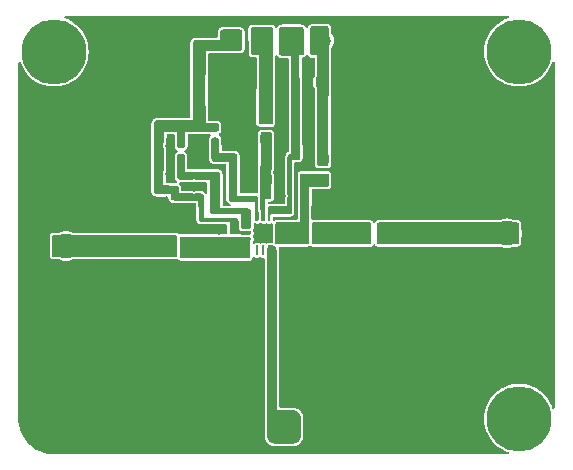
<source format=gtl>
G04 #@! TF.GenerationSoftware,KiCad,Pcbnew,8.0.9-1.fc41*
G04 #@! TF.CreationDate,2025-05-25T01:26:54-03:00*
G04 #@! TF.ProjectId,PA-circuit,50412d63-6972-4637-9569-742e6b696361,rev?*
G04 #@! TF.SameCoordinates,Original*
G04 #@! TF.FileFunction,Copper,L1,Top*
G04 #@! TF.FilePolarity,Positive*
%FSLAX46Y46*%
G04 Gerber Fmt 4.6, Leading zero omitted, Abs format (unit mm)*
G04 Created by KiCad (PCBNEW 8.0.9-1.fc41) date 2025-05-25 01:26:54*
%MOMM*%
%LPD*%
G01*
G04 APERTURE LIST*
G04 Aperture macros list*
%AMRoundRect*
0 Rectangle with rounded corners*
0 $1 Rounding radius*
0 $2 $3 $4 $5 $6 $7 $8 $9 X,Y pos of 4 corners*
0 Add a 4 corners polygon primitive as box body*
4,1,4,$2,$3,$4,$5,$6,$7,$8,$9,$2,$3,0*
0 Add four circle primitives for the rounded corners*
1,1,$1+$1,$2,$3*
1,1,$1+$1,$4,$5*
1,1,$1+$1,$6,$7*
1,1,$1+$1,$8,$9*
0 Add four rect primitives between the rounded corners*
20,1,$1+$1,$2,$3,$4,$5,0*
20,1,$1+$1,$4,$5,$6,$7,0*
20,1,$1+$1,$6,$7,$8,$9,0*
20,1,$1+$1,$8,$9,$2,$3,0*%
G04 Aperture macros list end*
G04 #@! TA.AperFunction,SMDPad,CuDef*
%ADD10RoundRect,0.155000X-0.212500X-0.155000X0.212500X-0.155000X0.212500X0.155000X-0.212500X0.155000X0*%
G04 #@! TD*
G04 #@! TA.AperFunction,SMDPad,CuDef*
%ADD11RoundRect,0.237500X-0.237500X0.287500X-0.237500X-0.287500X0.237500X-0.287500X0.237500X0.287500X0*%
G04 #@! TD*
G04 #@! TA.AperFunction,ComponentPad*
%ADD12C,5.500000*%
G04 #@! TD*
G04 #@! TA.AperFunction,SMDPad,CuDef*
%ADD13RoundRect,0.155000X-0.155000X0.212500X-0.155000X-0.212500X0.155000X-0.212500X0.155000X0.212500X0*%
G04 #@! TD*
G04 #@! TA.AperFunction,ComponentPad*
%ADD14R,1.700000X1.700000*%
G04 #@! TD*
G04 #@! TA.AperFunction,ComponentPad*
%ADD15O,1.700000X1.700000*%
G04 #@! TD*
G04 #@! TA.AperFunction,SMDPad,CuDef*
%ADD16RoundRect,0.237500X-0.237500X0.300000X-0.237500X-0.300000X0.237500X-0.300000X0.237500X0.300000X0*%
G04 #@! TD*
G04 #@! TA.AperFunction,SMDPad,CuDef*
%ADD17RoundRect,0.237500X-0.300000X-0.237500X0.300000X-0.237500X0.300000X0.237500X-0.300000X0.237500X0*%
G04 #@! TD*
G04 #@! TA.AperFunction,SMDPad,CuDef*
%ADD18RoundRect,0.155000X0.212500X0.155000X-0.212500X0.155000X-0.212500X-0.155000X0.212500X-0.155000X0*%
G04 #@! TD*
G04 #@! TA.AperFunction,SMDPad,CuDef*
%ADD19RoundRect,0.237500X-0.287500X-0.237500X0.287500X-0.237500X0.287500X0.237500X-0.287500X0.237500X0*%
G04 #@! TD*
G04 #@! TA.AperFunction,SMDPad,CuDef*
%ADD20RoundRect,0.237500X0.300000X0.237500X-0.300000X0.237500X-0.300000X-0.237500X0.300000X-0.237500X0*%
G04 #@! TD*
G04 #@! TA.AperFunction,SMDPad,CuDef*
%ADD21RoundRect,0.160000X-0.160000X0.197500X-0.160000X-0.197500X0.160000X-0.197500X0.160000X0.197500X0*%
G04 #@! TD*
G04 #@! TA.AperFunction,SMDPad,CuDef*
%ADD22RoundRect,0.237500X0.237500X-0.287500X0.237500X0.287500X-0.237500X0.287500X-0.237500X-0.287500X0*%
G04 #@! TD*
G04 #@! TA.AperFunction,ComponentPad*
%ADD23C,2.108200*%
G04 #@! TD*
G04 #@! TA.AperFunction,ComponentPad*
%ADD24C,2.209800*%
G04 #@! TD*
G04 #@! TA.AperFunction,SMDPad,CuDef*
%ADD25RoundRect,0.062500X-0.350000X-0.062500X0.350000X-0.062500X0.350000X0.062500X-0.350000X0.062500X0*%
G04 #@! TD*
G04 #@! TA.AperFunction,SMDPad,CuDef*
%ADD26RoundRect,0.062500X-0.062500X-0.350000X0.062500X-0.350000X0.062500X0.350000X-0.062500X0.350000X0*%
G04 #@! TD*
G04 #@! TA.AperFunction,ComponentPad*
%ADD27C,0.500000*%
G04 #@! TD*
G04 #@! TA.AperFunction,SMDPad,CuDef*
%ADD28R,1.600000X1.600000*%
G04 #@! TD*
G04 #@! TA.AperFunction,ViaPad*
%ADD29C,0.800000*%
G04 #@! TD*
G04 APERTURE END LIST*
D10*
X92205578Y-47292071D03*
X93340578Y-47292071D03*
X90536078Y-58776958D03*
X91671078Y-58776958D03*
D11*
X87375236Y-48619901D03*
X87375236Y-50369901D03*
X94003578Y-58390958D03*
X94003578Y-60140958D03*
D12*
X108798000Y-43000000D03*
D13*
X78344578Y-54706000D03*
X78344578Y-55841000D03*
D12*
X69398000Y-74084000D03*
D14*
X84438000Y-42084000D03*
D15*
X86978000Y-42084000D03*
X89518000Y-42084000D03*
X92058000Y-42084000D03*
X94598000Y-42084000D03*
D10*
X87811078Y-64364958D03*
X88946078Y-64364958D03*
D16*
X99083578Y-58390958D03*
X99083578Y-60115958D03*
D17*
X92098078Y-45592071D03*
X93823078Y-45592071D03*
D18*
X89861078Y-50065958D03*
X88726078Y-50065958D03*
D10*
X86230379Y-53334668D03*
X87365379Y-53334668D03*
D12*
X108798000Y-74084000D03*
D19*
X78994078Y-59284958D03*
X80744078Y-59284958D03*
D20*
X81689578Y-46928500D03*
X79964578Y-46928500D03*
D21*
X83064578Y-49431000D03*
X83064578Y-50626000D03*
D22*
X92173078Y-53892071D03*
X92173078Y-52142071D03*
D23*
X107768578Y-58390958D03*
D24*
X105228578Y-60930958D03*
X105228578Y-55850958D03*
X110308578Y-60930958D03*
X110308578Y-55850958D03*
D12*
X69398000Y-43000000D03*
D14*
X89171078Y-75204225D03*
D21*
X80164578Y-50831000D03*
X80164578Y-52026000D03*
D17*
X85610578Y-46917071D03*
X87335578Y-46917071D03*
D19*
X95668578Y-58390958D03*
X97418578Y-58390958D03*
D23*
X70442066Y-59463829D03*
D24*
X72982066Y-56923829D03*
X72982066Y-62003829D03*
X67902066Y-56923829D03*
X67902066Y-62003829D03*
D25*
X85693578Y-57890958D03*
X85693578Y-58390958D03*
X85693578Y-58890958D03*
D26*
X86631078Y-59828458D03*
X87131078Y-59828458D03*
X87631078Y-59828458D03*
D25*
X88568578Y-58890958D03*
X88568578Y-58390958D03*
X88568578Y-57890958D03*
D26*
X87631078Y-56953458D03*
X87131078Y-56953458D03*
X86631078Y-56953458D03*
D27*
X86581078Y-57840958D03*
X86581078Y-58390958D03*
X86581078Y-58940958D03*
X87131078Y-57840958D03*
X87131078Y-58390958D03*
D28*
X87131078Y-58390958D03*
D27*
X87131078Y-58940958D03*
X87681078Y-57840958D03*
X87681078Y-58390958D03*
X87681078Y-58940958D03*
D29*
X99256078Y-53315958D03*
X90806078Y-70965958D03*
X88693578Y-50015958D03*
X93656078Y-51815958D03*
X90806078Y-67965958D03*
X79156078Y-64315958D03*
X102006078Y-63465958D03*
X90756078Y-52515958D03*
X70756078Y-65815958D03*
X97442066Y-60263829D03*
X99256078Y-45815958D03*
X79156078Y-71815958D03*
X96456078Y-53315958D03*
X88593578Y-51742958D03*
X96456078Y-51815958D03*
X110456078Y-48815958D03*
X96456078Y-48815958D03*
X82038209Y-58013401D03*
X83143578Y-44715958D03*
X96456078Y-42815958D03*
X93656078Y-56315958D03*
X93606078Y-61965958D03*
X73706078Y-42815958D03*
X88393578Y-53242958D03*
X107656078Y-48815958D03*
X99256078Y-56315958D03*
X70906078Y-56315958D03*
X68106078Y-48815958D03*
X102006078Y-66465958D03*
X102006078Y-70965958D03*
X104806078Y-63465958D03*
X67956078Y-68815958D03*
X93606078Y-72465958D03*
X84756078Y-73315958D03*
X107606078Y-64965958D03*
X107606078Y-63465958D03*
X107606078Y-69465958D03*
X85643578Y-48515958D03*
X83543578Y-46365958D03*
X99206078Y-61965958D03*
X93606078Y-63465958D03*
X90806078Y-47065958D03*
X73556078Y-64315958D03*
X99256078Y-47315958D03*
X73556078Y-67315958D03*
X79156078Y-70315958D03*
X73706078Y-53315958D03*
X107606078Y-66465958D03*
X84756078Y-68815958D03*
X100842066Y-60263829D03*
X99256078Y-42815958D03*
X96456078Y-50315958D03*
X81956078Y-73315958D03*
X93656078Y-50315958D03*
X104856078Y-48815958D03*
X81956078Y-65815958D03*
X104856078Y-44315958D03*
X93606078Y-75465958D03*
X96406078Y-63465958D03*
X81464578Y-50428500D03*
X102056078Y-48815958D03*
X102056078Y-51815958D03*
X73706078Y-51815958D03*
X85343578Y-44815958D03*
X81956078Y-68815958D03*
X73556078Y-73315958D03*
X70756078Y-70315958D03*
X99206078Y-63465958D03*
X76356078Y-64315958D03*
X76506078Y-44315958D03*
X102006078Y-69465958D03*
X102006078Y-75465958D03*
X78356078Y-57765958D03*
X99256078Y-51815958D03*
X90806078Y-66465958D03*
X104856078Y-41315958D03*
X88593578Y-55215958D03*
X93606078Y-73965958D03*
X96406078Y-70965958D03*
X79156078Y-68815958D03*
X76506078Y-50315958D03*
X96456078Y-41315958D03*
X102056078Y-54815958D03*
X84756078Y-70315958D03*
X104806078Y-75465958D03*
X107656078Y-50315958D03*
X76356078Y-68815958D03*
X104806078Y-69465958D03*
X96456078Y-56315958D03*
X76506078Y-48815958D03*
X70906078Y-51815958D03*
X99206078Y-75465958D03*
X75106078Y-57765958D03*
X79156078Y-67315958D03*
X68106078Y-47315958D03*
X84756078Y-64315958D03*
X68106078Y-51815958D03*
X96456078Y-47315958D03*
X107642066Y-60863829D03*
X104856078Y-51815958D03*
X76506078Y-54815958D03*
X104856078Y-47315958D03*
X90806078Y-64965958D03*
X84756078Y-62815958D03*
X99206078Y-66465958D03*
X81956078Y-74815958D03*
X96406078Y-73965958D03*
X76356078Y-67315958D03*
X67956078Y-67315958D03*
X99256078Y-48815958D03*
X99206078Y-69465958D03*
X99256078Y-54815958D03*
X107606078Y-67965958D03*
X90806078Y-69465958D03*
X96456078Y-44315958D03*
X102056078Y-50315958D03*
X88743578Y-48365958D03*
X79156078Y-65815958D03*
X96406078Y-72465958D03*
X93606078Y-66465958D03*
X79248022Y-50963551D03*
X104806078Y-64965958D03*
X102056078Y-41315958D03*
X110406078Y-64965958D03*
X104856078Y-53315958D03*
X102006078Y-73965958D03*
X104856078Y-42815958D03*
X73556078Y-74815958D03*
X80456078Y-44265958D03*
X85893578Y-54415958D03*
X99256078Y-50315958D03*
X67956078Y-64315958D03*
X79234557Y-53373716D03*
X73706078Y-45815958D03*
X110406078Y-69465958D03*
X102006078Y-67965958D03*
X76506078Y-42815958D03*
X107656078Y-47315958D03*
X73706078Y-44315958D03*
X104806078Y-72465958D03*
X70756078Y-67315958D03*
X93656078Y-48815958D03*
X73556078Y-71815958D03*
X76856078Y-57765958D03*
X104856078Y-50315958D03*
X80456078Y-42765958D03*
X102056078Y-53315958D03*
X73706078Y-54815958D03*
X99206078Y-64965958D03*
X96406078Y-67965958D03*
X79156078Y-73315958D03*
X99256078Y-44315958D03*
X110456078Y-50315958D03*
X104806078Y-66465958D03*
X81956078Y-62815958D03*
X90856078Y-44565958D03*
X110456078Y-53315958D03*
X76356078Y-65815958D03*
X90806078Y-72465958D03*
X102056078Y-47315958D03*
X93656078Y-54815958D03*
X73706078Y-48815958D03*
X76356078Y-70315958D03*
X102442066Y-60263829D03*
X85693578Y-50265958D03*
X68106078Y-54815958D03*
X73706078Y-50315958D03*
X68106078Y-53315958D03*
X76506078Y-56315958D03*
X110456078Y-47315958D03*
X90806078Y-61965958D03*
X76356078Y-71815958D03*
X84756078Y-61315958D03*
X104856078Y-45815958D03*
X96456078Y-54815958D03*
X84756078Y-65815958D03*
X93606078Y-67965958D03*
X93606078Y-69465958D03*
X93606078Y-70965958D03*
X107656078Y-53315958D03*
X90242066Y-60263829D03*
X96456078Y-45815958D03*
X99256078Y-41315958D03*
X79156078Y-61315958D03*
X70906078Y-48815958D03*
X83743578Y-47915958D03*
X76356078Y-73315958D03*
X104806078Y-67965958D03*
X104806078Y-70965958D03*
X73706078Y-47315958D03*
X81956078Y-64315958D03*
X96406078Y-69465958D03*
X80456078Y-41265958D03*
X70906078Y-50315958D03*
X96406078Y-61965958D03*
X81956078Y-70315958D03*
X70906078Y-54815958D03*
X102006078Y-72465958D03*
X88593578Y-44415958D03*
X90806078Y-63465958D03*
X83368316Y-58081336D03*
X92042066Y-60263829D03*
X79156078Y-62815958D03*
X73706078Y-41315958D03*
X110406078Y-66465958D03*
X102006078Y-64965958D03*
X70906078Y-47315958D03*
X102056078Y-45815958D03*
X95642066Y-60263829D03*
X80114851Y-57765958D03*
X96406078Y-64965958D03*
X81956078Y-61315958D03*
X110406078Y-67965958D03*
X84756078Y-71815958D03*
X70756078Y-64315958D03*
X70756078Y-68815958D03*
X99206078Y-67965958D03*
X84756078Y-67315958D03*
X76356078Y-74815958D03*
X67956078Y-70315958D03*
X73556078Y-65815958D03*
X110406078Y-63465958D03*
X76506078Y-47315958D03*
X76506078Y-51815958D03*
X88693578Y-45665958D03*
X84343578Y-50765958D03*
X107656078Y-51815958D03*
X67956078Y-65815958D03*
X102006078Y-61965958D03*
X99206078Y-73965958D03*
X81250422Y-54431477D03*
X102056078Y-42815958D03*
X81593578Y-52265958D03*
X96406078Y-66465958D03*
X81956078Y-71815958D03*
X102056078Y-56315958D03*
X76356078Y-62815958D03*
X93656078Y-53315958D03*
X90864942Y-48322468D03*
X88643578Y-47015958D03*
X99206078Y-72465958D03*
X85793578Y-52115958D03*
X70906078Y-53315958D03*
X96406078Y-73965958D03*
X107642066Y-56063829D03*
X76356078Y-61315958D03*
X84756078Y-74815958D03*
X73556078Y-68815958D03*
X81956078Y-67315958D03*
X104806078Y-73965958D03*
X91768578Y-56715958D03*
X76506078Y-53315958D03*
X93606078Y-64965958D03*
X91067881Y-50241172D03*
X110456078Y-51815958D03*
X79156078Y-74815958D03*
X91856078Y-55665958D03*
X99206078Y-70965958D03*
X76506078Y-45815958D03*
X70442066Y-62463829D03*
X68106078Y-50315958D03*
X96406078Y-75465958D03*
X76506078Y-41315958D03*
X73556078Y-70315958D03*
X102056078Y-44315958D03*
G04 #@! TA.AperFunction,Conductor*
G36*
X96227769Y-57484865D02*
G01*
X96263733Y-57534365D01*
X96268578Y-57564958D01*
X96268578Y-59216958D01*
X96249671Y-59275149D01*
X96200171Y-59311113D01*
X96169578Y-59315958D01*
X91367578Y-59315958D01*
X91309387Y-59297051D01*
X91273423Y-59247551D01*
X91268578Y-59216958D01*
X91268578Y-57564958D01*
X91287485Y-57506767D01*
X91336985Y-57470803D01*
X91367578Y-57465958D01*
X96169578Y-57465958D01*
X96227769Y-57484865D01*
G37*
G04 #@! TD.AperFunction*
G04 #@! TA.AperFunction,Conductor*
G36*
X85124139Y-41130402D02*
G01*
X85190934Y-41143688D01*
X85226623Y-41158471D01*
X85274981Y-41190783D01*
X85302294Y-41218096D01*
X85334606Y-41266454D01*
X85349389Y-41302141D01*
X85362676Y-41368936D01*
X85364578Y-41388251D01*
X85364578Y-42668748D01*
X85362676Y-42688063D01*
X85349389Y-42754858D01*
X85334606Y-42790545D01*
X85302294Y-42838903D01*
X85274981Y-42866216D01*
X85226623Y-42898528D01*
X85190936Y-42913311D01*
X85140575Y-42923328D01*
X85124139Y-42926598D01*
X85104826Y-42928500D01*
X82264578Y-42928500D01*
X82264578Y-43178497D01*
X82264578Y-43526589D01*
X82264577Y-43526958D01*
X82264572Y-43528299D01*
X82264569Y-43528807D01*
X82264561Y-43529634D01*
X82264557Y-43530102D01*
X82227078Y-46453500D01*
X82227093Y-46455881D01*
X82227094Y-46455937D01*
X82242813Y-48809344D01*
X82244578Y-49073500D01*
X83124826Y-49073500D01*
X83144139Y-49075402D01*
X83210934Y-49088688D01*
X83246623Y-49103471D01*
X83294981Y-49135783D01*
X83322294Y-49163096D01*
X83354606Y-49211454D01*
X83369389Y-49247141D01*
X83382676Y-49313936D01*
X83384578Y-49333251D01*
X83384578Y-49527392D01*
X83382663Y-49546771D01*
X83369288Y-49613776D01*
X83354409Y-49649561D01*
X83321898Y-49698009D01*
X83294421Y-49725342D01*
X83245798Y-49757599D01*
X83209935Y-49772288D01*
X83169644Y-49780109D01*
X83142860Y-49785308D01*
X83123480Y-49787120D01*
X82175520Y-49782114D01*
X80939784Y-49775587D01*
X80795898Y-49774827D01*
X80795896Y-49774827D01*
X80544578Y-49773500D01*
X80544578Y-50024824D01*
X80544578Y-50919183D01*
X80542727Y-50938237D01*
X80529794Y-51004178D01*
X80515399Y-51039463D01*
X80483893Y-51087444D01*
X80457238Y-51114676D01*
X80409948Y-51147199D01*
X80374979Y-51162347D01*
X80309326Y-51176690D01*
X80290317Y-51178948D01*
X80109818Y-51182816D01*
X80090206Y-51181282D01*
X80022284Y-51169090D01*
X79985881Y-51154692D01*
X79936455Y-51122616D01*
X79908478Y-51095232D01*
X79875349Y-51046503D01*
X79860176Y-51010419D01*
X79855657Y-50988015D01*
X79853704Y-50968450D01*
X79853704Y-50963552D01*
X79845425Y-50900664D01*
X79844578Y-50887742D01*
X79844578Y-50023501D01*
X79844578Y-50023500D01*
X79844578Y-49773500D01*
X79594580Y-49773500D01*
X78990372Y-49773500D01*
X78990369Y-49773500D01*
X78744578Y-49773500D01*
X78740405Y-50019250D01*
X78740405Y-50019251D01*
X78740405Y-50019252D01*
X78730088Y-50626724D01*
X78722566Y-50662928D01*
X78662979Y-50806783D01*
X78662977Y-50806792D01*
X78642340Y-50963550D01*
X78642340Y-50963551D01*
X78662977Y-51120309D01*
X78662979Y-51120318D01*
X78711522Y-51237511D01*
X78719044Y-51277077D01*
X78687987Y-53106023D01*
X78680465Y-53142227D01*
X78649514Y-53216948D01*
X78649512Y-53216957D01*
X78628875Y-53373715D01*
X78628875Y-53373716D01*
X78649512Y-53530474D01*
X78649513Y-53530479D01*
X78671677Y-53583988D01*
X78679198Y-53623553D01*
X78671284Y-54089668D01*
X78671284Y-54089670D01*
X78671284Y-54089672D01*
X78654578Y-55073494D01*
X78654406Y-55073495D01*
X78653150Y-55073499D01*
X78652835Y-55073500D01*
X78105298Y-55073500D01*
X78085939Y-55071589D01*
X78018992Y-55058240D01*
X77983236Y-55043389D01*
X77934809Y-55010932D01*
X77907484Y-54983503D01*
X77875211Y-54934956D01*
X77860496Y-54899144D01*
X77847398Y-54832139D01*
X77845561Y-54812790D01*
X77859259Y-51183028D01*
X77864576Y-49774017D01*
X77864576Y-49773955D01*
X77864578Y-49773500D01*
X77864578Y-49088251D01*
X77866480Y-49068938D01*
X77879766Y-49002143D01*
X77894549Y-48966454D01*
X77926861Y-48918096D01*
X77954174Y-48890783D01*
X77957726Y-48888409D01*
X78002533Y-48858470D01*
X78038219Y-48843688D01*
X78073289Y-48836712D01*
X78105017Y-48830402D01*
X78124330Y-48828500D01*
X80913257Y-48828500D01*
X80913259Y-48828500D01*
X81164578Y-48828500D01*
X81154047Y-46827852D01*
X81152083Y-46454511D01*
X81152082Y-46454243D01*
X81152080Y-46453459D01*
X81152081Y-46452489D01*
X81163846Y-42287520D01*
X81165796Y-42268253D01*
X81179224Y-42201603D01*
X81194051Y-42166021D01*
X81226400Y-42117792D01*
X81253697Y-42090573D01*
X81302013Y-42058363D01*
X81337637Y-42043636D01*
X81404332Y-42030394D01*
X81423604Y-42028500D01*
X83214577Y-42028500D01*
X83214578Y-42028500D01*
X83464578Y-42028500D01*
X83464578Y-41388251D01*
X83466480Y-41368938D01*
X83479766Y-41302143D01*
X83494549Y-41266454D01*
X83526861Y-41218096D01*
X83554174Y-41190783D01*
X83557726Y-41188409D01*
X83602533Y-41158470D01*
X83638219Y-41143688D01*
X83673289Y-41136712D01*
X83705017Y-41130402D01*
X83724330Y-41128500D01*
X85104826Y-41128500D01*
X85124139Y-41130402D01*
G37*
G04 #@! TD.AperFunction*
G04 #@! TA.AperFunction,Conductor*
G36*
X83203252Y-58666173D02*
G01*
X83203367Y-58665302D01*
X83211553Y-58666379D01*
X83211554Y-58666380D01*
X83368316Y-58687018D01*
X83525078Y-58666380D01*
X83525078Y-58666379D01*
X83533265Y-58665302D01*
X83533379Y-58666173D01*
X83551185Y-58663829D01*
X85146813Y-58663829D01*
X85214934Y-58683831D01*
X85216798Y-58685052D01*
X85240961Y-58701198D01*
X85317677Y-58716458D01*
X85916066Y-58716457D01*
X85984187Y-58736459D01*
X86030680Y-58790115D01*
X86042066Y-58842457D01*
X86042066Y-60387829D01*
X86022064Y-60455950D01*
X85968408Y-60502443D01*
X85916066Y-60513829D01*
X80168066Y-60513829D01*
X80099945Y-60493827D01*
X80053452Y-60440171D01*
X80042066Y-60387829D01*
X80042066Y-60310096D01*
X80043348Y-60292165D01*
X80047566Y-60262829D01*
X80047566Y-58789829D01*
X80067568Y-58721708D01*
X80121224Y-58675215D01*
X80173566Y-58663829D01*
X83185447Y-58663829D01*
X83203252Y-58666173D01*
G37*
G04 #@! TD.AperFunction*
G04 #@! TA.AperFunction,Conductor*
G36*
X90225641Y-49783799D02*
G01*
X90226263Y-49784931D01*
X90229201Y-49810581D01*
X90254624Y-52038520D01*
X90235400Y-52106865D01*
X90182279Y-52153967D01*
X90128632Y-52165958D01*
X89556078Y-52165958D01*
X89556078Y-56641695D01*
X89536076Y-56709816D01*
X89482420Y-56756309D01*
X89431828Y-56767683D01*
X87756078Y-56790958D01*
X87721790Y-56825726D01*
X87659715Y-56860183D01*
X87588866Y-56855610D01*
X87531737Y-56813459D01*
X87506464Y-56747112D01*
X87506078Y-56737251D01*
X87506078Y-56241958D01*
X87526080Y-56173837D01*
X87579736Y-56127344D01*
X87632078Y-56115958D01*
X89156078Y-56115958D01*
X89156078Y-55452207D01*
X89165669Y-55403990D01*
X89178622Y-55372720D01*
X89199260Y-55215958D01*
X89178622Y-55059196D01*
X89165669Y-55027924D01*
X89156078Y-54979707D01*
X89156078Y-51979207D01*
X89165669Y-51930990D01*
X89178622Y-51899720D01*
X89188392Y-51825511D01*
X89217115Y-51760584D01*
X89276380Y-51721493D01*
X89313314Y-51715958D01*
X89506077Y-51715958D01*
X89506078Y-51715958D01*
X89493583Y-50376494D01*
X89493578Y-50375319D01*
X89493578Y-49755958D01*
X90225503Y-49755958D01*
X90225641Y-49783799D01*
G37*
G04 #@! TD.AperFunction*
G04 #@! TA.AperFunction,Conductor*
G36*
X80245399Y-51670387D02*
G01*
X80311955Y-51683574D01*
X80347525Y-51698245D01*
X80395782Y-51730332D01*
X80423074Y-51757461D01*
X80455448Y-51805522D01*
X80470333Y-51841005D01*
X80483921Y-51907481D01*
X80485924Y-51926706D01*
X80487709Y-52223669D01*
X80491878Y-52917459D01*
X80491879Y-52917465D01*
X80493373Y-53165958D01*
X83233621Y-53165958D01*
X83252934Y-53167860D01*
X83319729Y-53181146D01*
X83355418Y-53195929D01*
X83403776Y-53228241D01*
X83431089Y-53255554D01*
X83463401Y-53303912D01*
X83478184Y-53339599D01*
X83491471Y-53406394D01*
X83493373Y-53425709D01*
X83493373Y-56290958D01*
X85846326Y-56290958D01*
X85865639Y-56292860D01*
X85932434Y-56306146D01*
X85968123Y-56320929D01*
X86016481Y-56353241D01*
X86043794Y-56380554D01*
X86076106Y-56428912D01*
X86090889Y-56464599D01*
X86104176Y-56531394D01*
X86106078Y-56550709D01*
X86106078Y-57756206D01*
X86104176Y-57775521D01*
X86090889Y-57842316D01*
X86076106Y-57878003D01*
X86043794Y-57926361D01*
X86016481Y-57953674D01*
X85968123Y-57985986D01*
X85932436Y-58000769D01*
X85882075Y-58010786D01*
X85865639Y-58014056D01*
X85846326Y-58015958D01*
X85540830Y-58015958D01*
X85521516Y-58014056D01*
X85499145Y-58009606D01*
X85454719Y-58000769D01*
X85419032Y-57985986D01*
X85370674Y-57953674D01*
X85343361Y-57926361D01*
X85311049Y-57878003D01*
X85296266Y-57842314D01*
X85282980Y-57775519D01*
X85281078Y-57756206D01*
X85281078Y-57015959D01*
X85281078Y-57015958D01*
X85281078Y-56765958D01*
X85031080Y-56765958D01*
X82864706Y-56765958D01*
X82845446Y-56764066D01*
X82816414Y-56758307D01*
X82778828Y-56750853D01*
X82743223Y-56736151D01*
X82694940Y-56704004D01*
X82667642Y-56676825D01*
X82635283Y-56628682D01*
X82620426Y-56593142D01*
X82606921Y-56526580D01*
X82604945Y-56507329D01*
X82604673Y-56445287D01*
X82594463Y-54114863D01*
X82593373Y-53865958D01*
X82344470Y-53865958D01*
X81474013Y-53865958D01*
X81436128Y-53858422D01*
X81421951Y-53852549D01*
X81407185Y-53846433D01*
X81407180Y-53846432D01*
X81250423Y-53825795D01*
X81250421Y-53825795D01*
X81093663Y-53846432D01*
X81093658Y-53846433D01*
X81074103Y-53854533D01*
X81064715Y-53858422D01*
X81026831Y-53865958D01*
X80103242Y-53865958D01*
X80083923Y-53864055D01*
X80017108Y-53850760D01*
X79981413Y-53835970D01*
X79933046Y-53803640D01*
X79905731Y-53776313D01*
X79873422Y-53727930D01*
X79858648Y-53692229D01*
X79845384Y-53625405D01*
X79843491Y-53606088D01*
X79843573Y-53425709D01*
X79844254Y-51928128D01*
X79846163Y-51908831D01*
X79859474Y-51842052D01*
X79874260Y-51806388D01*
X79906584Y-51758043D01*
X79933890Y-51730750D01*
X79982246Y-51698451D01*
X80017920Y-51683680D01*
X80084699Y-51670400D01*
X80104007Y-51668500D01*
X80226159Y-51668500D01*
X80245399Y-51670387D01*
G37*
G04 #@! TD.AperFunction*
G04 #@! TA.AperFunction,Conductor*
G36*
X92624083Y-53353907D02*
G01*
X92660047Y-53403407D01*
X92664888Y-53433104D01*
X92673096Y-54340104D01*
X92654716Y-54398464D01*
X92605543Y-54434874D01*
X92574100Y-54440000D01*
X91013000Y-54440000D01*
X91003202Y-59205618D01*
X90984175Y-59263769D01*
X90934601Y-59299631D01*
X90904618Y-59304413D01*
X88269908Y-59315479D01*
X88211638Y-59296816D01*
X88211441Y-59296674D01*
X88201631Y-59289547D01*
X88201623Y-59289542D01*
X88201616Y-59289537D01*
X88200079Y-59288510D01*
X88162198Y-59240461D01*
X88156078Y-59206193D01*
X88156078Y-57564958D01*
X88174985Y-57506767D01*
X88224485Y-57470803D01*
X88255078Y-57465958D01*
X90240999Y-57465958D01*
X90241000Y-57465958D01*
X90241000Y-53434000D01*
X90259907Y-53375809D01*
X90309407Y-53339845D01*
X90340000Y-53335000D01*
X92565892Y-53335000D01*
X92624083Y-53353907D01*
G37*
G04 #@! TD.AperFunction*
G04 #@! TA.AperFunction,Conductor*
G36*
X90354001Y-40917851D02*
G01*
X90420656Y-40931080D01*
X90456273Y-40945796D01*
X90456473Y-40945929D01*
X90504571Y-40977975D01*
X90531873Y-41005180D01*
X90564222Y-41053363D01*
X90579066Y-41088932D01*
X90592530Y-41155544D01*
X90594490Y-41174802D01*
X90594494Y-41175709D01*
X90601288Y-43101952D01*
X90599446Y-43121316D01*
X90589828Y-43170459D01*
X90575107Y-43206265D01*
X90552899Y-43239660D01*
X90525576Y-43267080D01*
X90492256Y-43289409D01*
X90456499Y-43304257D01*
X90397819Y-43315955D01*
X90397820Y-43315956D01*
X90397810Y-43315958D01*
X90193578Y-43315958D01*
X90194590Y-43520179D01*
X90194590Y-43520187D01*
X90211706Y-46973052D01*
X90210860Y-46986463D01*
X90200396Y-47065955D01*
X90200396Y-47065960D01*
X90211812Y-47152682D01*
X90212658Y-47165112D01*
X90225495Y-49754421D01*
X90225496Y-49754426D01*
X90225504Y-49755958D01*
X89493578Y-49755958D01*
X89493578Y-43592958D01*
X89493578Y-43342958D01*
X89243580Y-43342958D01*
X88703330Y-43342958D01*
X88684016Y-43341056D01*
X88661645Y-43336606D01*
X88617219Y-43327769D01*
X88581532Y-43312986D01*
X88533174Y-43280674D01*
X88505861Y-43253361D01*
X88473549Y-43205003D01*
X88458766Y-43169314D01*
X88445480Y-43102519D01*
X88443578Y-43083206D01*
X88443578Y-41175709D01*
X88445480Y-41156396D01*
X88458766Y-41089601D01*
X88473549Y-41053912D01*
X88505861Y-41005554D01*
X88533174Y-40978241D01*
X88536726Y-40975867D01*
X88581533Y-40945928D01*
X88617219Y-40931146D01*
X88652289Y-40924170D01*
X88684017Y-40917860D01*
X88703330Y-40915958D01*
X90334731Y-40915958D01*
X90354001Y-40917851D01*
G37*
G04 #@! TD.AperFunction*
G04 #@! TA.AperFunction,Conductor*
G36*
X87885699Y-40938960D02*
G01*
X87932192Y-40992616D01*
X87943578Y-41044958D01*
X87943578Y-49039958D01*
X87923576Y-49108079D01*
X87869920Y-49154572D01*
X87817578Y-49165958D01*
X86870209Y-49165958D01*
X86802088Y-49145956D01*
X86755595Y-49092300D01*
X86744211Y-49039328D01*
X86773078Y-43265958D01*
X86219171Y-43265958D01*
X86151050Y-43245956D01*
X86104557Y-43192300D01*
X86093172Y-43140365D01*
X86086408Y-41045365D01*
X86106190Y-40977180D01*
X86159695Y-40930514D01*
X86212407Y-40918958D01*
X87817578Y-40918958D01*
X87885699Y-40938960D01*
G37*
G04 #@! TD.AperFunction*
G04 #@! TA.AperFunction,Conductor*
G36*
X87903469Y-59392677D02*
G01*
X87921136Y-59395474D01*
X87965592Y-59402516D01*
X87995044Y-59412084D01*
X88080844Y-59455802D01*
X88105902Y-59474007D01*
X88173992Y-59542097D01*
X88192198Y-59567156D01*
X88235913Y-59652951D01*
X88245484Y-59682409D01*
X88261781Y-59785303D01*
X88263000Y-59800790D01*
X88263000Y-73358000D01*
X89624437Y-73358000D01*
X89635520Y-73358621D01*
X89774686Y-73374301D01*
X89796294Y-73379234D01*
X89922122Y-73423264D01*
X89923188Y-73423637D01*
X89943161Y-73433255D01*
X90056996Y-73504782D01*
X90074329Y-73518604D01*
X90169395Y-73613670D01*
X90183217Y-73631003D01*
X90254744Y-73744838D01*
X90264362Y-73764811D01*
X90308764Y-73891702D01*
X90313698Y-73913315D01*
X90329378Y-74052478D01*
X90330000Y-74063563D01*
X90330000Y-75489436D01*
X90329378Y-75500521D01*
X90313698Y-75639684D01*
X90308764Y-75661297D01*
X90264362Y-75788188D01*
X90254744Y-75808161D01*
X90183217Y-75921996D01*
X90169395Y-75939329D01*
X90074329Y-76034395D01*
X90056996Y-76048217D01*
X89943161Y-76119744D01*
X89923188Y-76129362D01*
X89796297Y-76173764D01*
X89774684Y-76178697D01*
X89635522Y-76194377D01*
X89624437Y-76195000D01*
X88152563Y-76195000D01*
X88141480Y-76194378D01*
X88099885Y-76189691D01*
X88002315Y-76178698D01*
X87980702Y-76173764D01*
X87853811Y-76129362D01*
X87833838Y-76119744D01*
X87720003Y-76048217D01*
X87702670Y-76034395D01*
X87607604Y-75939329D01*
X87593782Y-75921996D01*
X87522255Y-75808161D01*
X87512637Y-75788188D01*
X87468235Y-75661297D01*
X87463301Y-75639686D01*
X87447622Y-75500520D01*
X87447000Y-75489436D01*
X87447000Y-60262262D01*
X87448902Y-60242947D01*
X87456578Y-60204359D01*
X87456577Y-59740316D01*
X87457796Y-59724835D01*
X87464516Y-59682405D01*
X87474084Y-59652956D01*
X87517804Y-59567151D01*
X87536004Y-59542100D01*
X87604100Y-59474004D01*
X87629151Y-59455804D01*
X87714956Y-59412084D01*
X87744407Y-59402516D01*
X87781985Y-59396564D01*
X87806532Y-59392677D01*
X87822017Y-59391458D01*
X87887983Y-59391458D01*
X87903469Y-59392677D01*
G37*
G04 #@! TD.AperFunction*
G04 #@! TA.AperFunction,Conductor*
G36*
X108710699Y-57485960D02*
G01*
X108757192Y-57539616D01*
X108768578Y-57591958D01*
X108768578Y-59189958D01*
X108748576Y-59258079D01*
X108694920Y-59304572D01*
X108642578Y-59315958D01*
X96894578Y-59315958D01*
X96826457Y-59295956D01*
X96779964Y-59242300D01*
X96768578Y-59189958D01*
X96768578Y-57591958D01*
X96788580Y-57523837D01*
X96842236Y-57477344D01*
X96894578Y-57465958D01*
X108642578Y-57465958D01*
X108710699Y-57485960D01*
G37*
G04 #@! TD.AperFunction*
G04 #@! TA.AperFunction,Conductor*
G36*
X92604472Y-40878802D02*
G01*
X92650965Y-40932458D01*
X92662351Y-40984949D01*
X92648654Y-52573164D01*
X92628571Y-52641261D01*
X92574861Y-52687690D01*
X92517762Y-52698920D01*
X91819289Y-52671780D01*
X91751996Y-52649148D01*
X91707622Y-52593728D01*
X91698181Y-52545770D01*
X91706078Y-43315958D01*
X91256000Y-43315958D01*
X91187879Y-43295956D01*
X91141386Y-43242300D01*
X91130000Y-43189958D01*
X91130000Y-40984800D01*
X91150002Y-40916679D01*
X91203658Y-40870186D01*
X91256000Y-40858800D01*
X92536351Y-40858800D01*
X92604472Y-40878802D01*
G37*
G04 #@! TD.AperFunction*
G04 #@! TA.AperFunction,Conductor*
G36*
X79739086Y-54360738D02*
G01*
X79758101Y-54362980D01*
X79823806Y-54377280D01*
X79858802Y-54392411D01*
X79906144Y-54424929D01*
X79932826Y-54452164D01*
X79956780Y-54488617D01*
X79964366Y-54500162D01*
X79978776Y-54535462D01*
X79991725Y-54601441D01*
X79993578Y-54620507D01*
X79993578Y-55015958D01*
X81082894Y-55015958D01*
X81095816Y-55016805D01*
X81250421Y-55037159D01*
X81250422Y-55037159D01*
X81250423Y-55037159D01*
X81405028Y-55016805D01*
X81417950Y-55015958D01*
X81835053Y-55015958D01*
X81854308Y-55017849D01*
X81878945Y-55022734D01*
X81920912Y-55031055D01*
X81956508Y-55045750D01*
X82004780Y-55077879D01*
X82032078Y-55105046D01*
X82064442Y-55153170D01*
X82079307Y-55188695D01*
X82092833Y-55255233D01*
X82094815Y-55274476D01*
X82096022Y-55526361D01*
X82102275Y-56832005D01*
X82102276Y-56832008D01*
X82103468Y-57080811D01*
X84777457Y-57080811D01*
X84796531Y-57082666D01*
X84862539Y-57095626D01*
X84897853Y-57110050D01*
X84945865Y-57141618D01*
X84973105Y-57168325D01*
X84987190Y-57188852D01*
X85005614Y-57215701D01*
X85020732Y-57250724D01*
X85034994Y-57316466D01*
X85037224Y-57335485D01*
X85053235Y-58145977D01*
X85158317Y-58145977D01*
X85240961Y-58201198D01*
X85317677Y-58216458D01*
X85479849Y-58216457D01*
X85494377Y-58217529D01*
X85500394Y-58218421D01*
X85501376Y-58218567D01*
X85517917Y-58220195D01*
X85520669Y-58220467D01*
X85520670Y-58220467D01*
X85520690Y-58220469D01*
X85540830Y-58221458D01*
X85540847Y-58221458D01*
X85846308Y-58221458D01*
X85846326Y-58221458D01*
X85866467Y-58220469D01*
X85885780Y-58218567D01*
X85890397Y-58217881D01*
X85892778Y-58217529D01*
X85907305Y-58216457D01*
X86004663Y-58216457D01*
X86062854Y-58235364D01*
X86098818Y-58284864D01*
X86100777Y-58291728D01*
X86104106Y-58305212D01*
X86103093Y-58356450D01*
X86090866Y-58398720D01*
X86064935Y-58442039D01*
X86033156Y-58473074D01*
X85989230Y-58497973D01*
X85950794Y-58508109D01*
X85918497Y-58511130D01*
X85916075Y-58510957D01*
X85916066Y-58510957D01*
X85347668Y-58510957D01*
X85328321Y-58509048D01*
X85327498Y-58508884D01*
X85305329Y-58501667D01*
X85272836Y-58486657D01*
X85272831Y-58486655D01*
X85272830Y-58486655D01*
X85204709Y-58466653D01*
X85204706Y-58466652D01*
X85146817Y-58458329D01*
X85146813Y-58458329D01*
X84421858Y-58458329D01*
X84363667Y-58439422D01*
X84338964Y-58413454D01*
X84314081Y-58375343D01*
X84299606Y-58339091D01*
X84287185Y-58271398D01*
X84285573Y-58251854D01*
X84295291Y-57681064D01*
X84295290Y-57681062D01*
X84299619Y-57426809D01*
X84045327Y-57426809D01*
X84045325Y-57426809D01*
X82189701Y-57426809D01*
X82176779Y-57425962D01*
X82038210Y-57407719D01*
X82038208Y-57407719D01*
X81919168Y-57423390D01*
X81887058Y-57422360D01*
X81833681Y-57411814D01*
X81798184Y-57397216D01*
X81750007Y-57365291D01*
X81722731Y-57338293D01*
X81720835Y-57335495D01*
X81690314Y-57290444D01*
X81675356Y-57255102D01*
X81661558Y-57188847D01*
X81659485Y-57169689D01*
X81652848Y-56521383D01*
X81646112Y-55863398D01*
X81646111Y-55863395D01*
X81643578Y-55615958D01*
X81396125Y-55615958D01*
X81396121Y-55615958D01*
X79553330Y-55615958D01*
X79534016Y-55614056D01*
X79511645Y-55609606D01*
X79467219Y-55600769D01*
X79431532Y-55585986D01*
X79383174Y-55553674D01*
X79355861Y-55526361D01*
X79323549Y-55478003D01*
X79308766Y-55442314D01*
X79295480Y-55375519D01*
X79293578Y-55356206D01*
X79293578Y-55318929D01*
X79293578Y-55318926D01*
X79293578Y-55065958D01*
X79040627Y-55068943D01*
X79040625Y-55068943D01*
X78764562Y-55072201D01*
X78656102Y-55073481D01*
X78655872Y-55073484D01*
X78654945Y-55073492D01*
X78654578Y-55073494D01*
X78667054Y-54338755D01*
X79739086Y-54360738D01*
G37*
G04 #@! TD.AperFunction*
G04 #@! TA.AperFunction,Conductor*
G36*
X83145765Y-50270386D02*
G01*
X83212294Y-50283562D01*
X83247855Y-50298222D01*
X83296097Y-50330281D01*
X83323388Y-50357390D01*
X83355769Y-50405416D01*
X83370667Y-50440880D01*
X83384286Y-50507316D01*
X83386300Y-50526534D01*
X83393578Y-51615958D01*
X84683826Y-51615958D01*
X84703139Y-51617860D01*
X84769934Y-51631146D01*
X84805623Y-51645929D01*
X84853981Y-51678241D01*
X84881294Y-51705554D01*
X84913606Y-51753912D01*
X84928389Y-51789599D01*
X84941676Y-51856394D01*
X84943578Y-51875709D01*
X84943578Y-55215958D01*
X86485312Y-55215958D01*
X86504554Y-55217846D01*
X86522016Y-55221306D01*
X86571119Y-55231036D01*
X86606695Y-55245711D01*
X86640828Y-55268411D01*
X86678812Y-55316377D01*
X86685006Y-55351019D01*
X86684929Y-55395000D01*
X86684736Y-55504363D01*
X86684736Y-55505041D01*
X86684739Y-55506145D01*
X86687210Y-55965958D01*
X86689559Y-56403216D01*
X86698567Y-56462296D01*
X86715246Y-56516749D01*
X86715252Y-56516763D01*
X86741514Y-56572094D01*
X86751077Y-56614544D01*
X86751077Y-57186939D01*
X86747827Y-57212099D01*
X86738000Y-57249497D01*
X86712458Y-57294135D01*
X86684006Y-57322754D01*
X86639514Y-57348558D01*
X86600494Y-57359054D01*
X86549153Y-57359078D01*
X86509824Y-57348539D01*
X86465445Y-57322917D01*
X86436618Y-57294090D01*
X86410995Y-57249709D01*
X86396951Y-57197296D01*
X86393578Y-57171673D01*
X86393578Y-55965959D01*
X86393578Y-55965958D01*
X86393578Y-55715958D01*
X86143580Y-55715958D01*
X84453330Y-55715958D01*
X84434016Y-55714056D01*
X84411645Y-55709606D01*
X84367219Y-55700769D01*
X84331532Y-55685986D01*
X84283174Y-55653674D01*
X84255861Y-55626361D01*
X84223549Y-55578003D01*
X84208766Y-55542314D01*
X84195480Y-55475519D01*
X84193578Y-55456206D01*
X84193578Y-52565959D01*
X84193578Y-52565958D01*
X84193578Y-52315958D01*
X83943580Y-52315958D01*
X83003456Y-52315958D01*
X82984136Y-52314055D01*
X82917318Y-52300759D01*
X82881622Y-52285968D01*
X82833256Y-52253638D01*
X82805941Y-52226310D01*
X82773631Y-52177922D01*
X82758860Y-52142223D01*
X82745597Y-52075395D01*
X82743704Y-52056090D01*
X82743845Y-51770287D01*
X82744451Y-50528120D01*
X82746359Y-50508827D01*
X82759673Y-50442044D01*
X82774460Y-50406383D01*
X82806781Y-50358044D01*
X82834088Y-50330748D01*
X82882447Y-50298449D01*
X82918119Y-50283679D01*
X82954092Y-50276526D01*
X82984898Y-50270401D01*
X83004204Y-50268500D01*
X83126532Y-50268500D01*
X83145765Y-50270386D01*
G37*
G04 #@! TD.AperFunction*
G04 #@! TA.AperFunction,Conductor*
G36*
X87808998Y-49863808D02*
G01*
X87844962Y-49913308D01*
X87849806Y-49944329D01*
X87836593Y-52999188D01*
X87829058Y-53036645D01*
X87808535Y-53086190D01*
X87808533Y-53086199D01*
X87787896Y-53242957D01*
X87787896Y-53242958D01*
X87808533Y-53399717D01*
X87826967Y-53444222D01*
X87834501Y-53482534D01*
X87828000Y-54985982D01*
X87828000Y-55395000D01*
X87809093Y-55453191D01*
X87759593Y-55489155D01*
X87729000Y-55494000D01*
X87320000Y-55494000D01*
X87320000Y-55494001D01*
X87320000Y-56132031D01*
X87315990Y-56159922D01*
X87308902Y-56184060D01*
X87308901Y-56184064D01*
X87300578Y-56241953D01*
X87300578Y-56737254D01*
X87300735Y-56745299D01*
X87301120Y-56755139D01*
X87301122Y-56755154D01*
X87303574Y-56767155D01*
X87305578Y-56786973D01*
X87305579Y-57266958D01*
X87286672Y-57325149D01*
X87237172Y-57361113D01*
X87206579Y-57365958D01*
X87055578Y-57365958D01*
X86997387Y-57347051D01*
X86961423Y-57297551D01*
X86956578Y-57266958D01*
X86956577Y-56577560D01*
X86956576Y-56577553D01*
X86941318Y-56500841D01*
X86941317Y-56500839D01*
X86911740Y-56456574D01*
X86895056Y-56402107D01*
X86890236Y-55505041D01*
X86890236Y-55504726D01*
X86900061Y-49943724D01*
X86919071Y-49885569D01*
X86968635Y-49849692D01*
X86999061Y-49844901D01*
X87750807Y-49844901D01*
X87808998Y-49863808D01*
G37*
G04 #@! TD.AperFunction*
G04 #@! TA.AperFunction,Conductor*
G36*
X79784187Y-58558831D02*
G01*
X79830680Y-58612487D01*
X79842066Y-58664829D01*
X79842066Y-60262829D01*
X79822064Y-60330950D01*
X79768408Y-60377443D01*
X79716066Y-60388829D01*
X69368066Y-60388829D01*
X69299945Y-60368827D01*
X69253452Y-60315171D01*
X69242066Y-60262829D01*
X69242066Y-58664829D01*
X69262068Y-58596708D01*
X69315724Y-58550215D01*
X69368066Y-58538829D01*
X79716066Y-58538829D01*
X79784187Y-58558831D01*
G37*
G04 #@! TD.AperFunction*
G04 #@! TA.AperFunction,Conductor*
G36*
X86921805Y-57535276D02*
G01*
X86933885Y-57542494D01*
X86992076Y-57561401D01*
X87004130Y-57563310D01*
X87055574Y-57571458D01*
X87055578Y-57571458D01*
X87206572Y-57571458D01*
X87206579Y-57571458D01*
X87238723Y-57568928D01*
X87269316Y-57564083D01*
X87269327Y-57564081D01*
X87269372Y-57564074D01*
X87273860Y-57563311D01*
X87273862Y-57563311D01*
X87273863Y-57563310D01*
X87273866Y-57563310D01*
X87352759Y-57529589D01*
X87413696Y-57524105D01*
X87446668Y-57538307D01*
X87454666Y-57543651D01*
X87465961Y-57551198D01*
X87542677Y-57566458D01*
X87719478Y-57566457D01*
X87796195Y-57551198D01*
X87796572Y-57550945D01*
X87797299Y-57550740D01*
X87805205Y-57547466D01*
X87805592Y-57548401D01*
X87855458Y-57534334D01*
X87912863Y-57555507D01*
X87946859Y-57606379D01*
X87950578Y-57633258D01*
X87950578Y-59086958D01*
X87931671Y-59145149D01*
X87882171Y-59181113D01*
X87851578Y-59185958D01*
X87822017Y-59185958D01*
X87809115Y-59186465D01*
X87805887Y-59186592D01*
X87790388Y-59187812D01*
X87774394Y-59189705D01*
X87751469Y-59193334D01*
X87751438Y-59193340D01*
X87712266Y-59199544D01*
X87680922Y-59207069D01*
X87680914Y-59207071D01*
X87680911Y-59207072D01*
X87670003Y-59210615D01*
X87639421Y-59215458D01*
X87542681Y-59215458D01*
X87542673Y-59215459D01*
X87465962Y-59230717D01*
X87436078Y-59250685D01*
X87377189Y-59267292D01*
X87326077Y-59250684D01*
X87296197Y-59230719D01*
X87296195Y-59230718D01*
X87296192Y-59230717D01*
X87296191Y-59230717D01*
X87219488Y-59215459D01*
X87219480Y-59215458D01*
X87219479Y-59215458D01*
X87219478Y-59215458D01*
X87042680Y-59215458D01*
X87042673Y-59215459D01*
X86965962Y-59230717D01*
X86936078Y-59250685D01*
X86877189Y-59267292D01*
X86826077Y-59250684D01*
X86796197Y-59230719D01*
X86796195Y-59230718D01*
X86796192Y-59230717D01*
X86796191Y-59230717D01*
X86719488Y-59215459D01*
X86719480Y-59215458D01*
X86719479Y-59215458D01*
X86719478Y-59215458D01*
X86542680Y-59215458D01*
X86542673Y-59215459D01*
X86465961Y-59230717D01*
X86465960Y-59230718D01*
X86401567Y-59273744D01*
X86342679Y-59290352D01*
X86285275Y-59269174D01*
X86251283Y-59218300D01*
X86247566Y-59191428D01*
X86247566Y-59151585D01*
X86264251Y-59096583D01*
X86270682Y-59086958D01*
X86291318Y-59056075D01*
X86306578Y-58979359D01*
X86306577Y-58802558D01*
X86291318Y-58725841D01*
X86271351Y-58695959D01*
X86254743Y-58637072D01*
X86271352Y-58585956D01*
X86291316Y-58556078D01*
X86291316Y-58556077D01*
X86291318Y-58556075D01*
X86306578Y-58479359D01*
X86306577Y-58381000D01*
X86307700Y-58366134D01*
X86308552Y-58360523D01*
X86308553Y-58360512D01*
X86308772Y-58349411D01*
X86309566Y-58309274D01*
X86303616Y-58255956D01*
X86300287Y-58242472D01*
X86298386Y-58235330D01*
X86296427Y-58228466D01*
X86270593Y-58175415D01*
X86262117Y-58114822D01*
X86277284Y-58077077D01*
X86291318Y-58056075D01*
X86306578Y-57979359D01*
X86306577Y-57817186D01*
X86307649Y-57802654D01*
X86308687Y-57795660D01*
X86310589Y-57776345D01*
X86311578Y-57756206D01*
X86311578Y-57635116D01*
X86330485Y-57576925D01*
X86379985Y-57540961D01*
X86441171Y-57540961D01*
X86448460Y-57543651D01*
X86455771Y-57546679D01*
X86458243Y-57548001D01*
X86465958Y-57551196D01*
X86465961Y-57551198D01*
X86486870Y-57555356D01*
X86493163Y-57556824D01*
X86495962Y-57557575D01*
X86498595Y-57557921D01*
X86498792Y-57557947D01*
X86505200Y-57559003D01*
X86542677Y-57566458D01*
X86719478Y-57566457D01*
X86796195Y-57551198D01*
X86816025Y-57537947D01*
X86874910Y-57521338D01*
X86921805Y-57535276D01*
G37*
G04 #@! TD.AperFunction*
G04 #@! TA.AperFunction,Conductor*
G36*
X80938699Y-49981084D02*
G01*
X82174435Y-49987611D01*
X82594940Y-49989831D01*
X82653029Y-50009046D01*
X82688731Y-50058735D01*
X82688408Y-50119919D01*
X82664420Y-50158833D01*
X82607129Y-50216124D01*
X82607127Y-50216127D01*
X82554288Y-50324212D01*
X82554287Y-50324214D01*
X82546697Y-50376314D01*
X82544078Y-50394288D01*
X82544078Y-50466346D01*
X82543001Y-50480911D01*
X82541857Y-50488599D01*
X82541854Y-50488626D01*
X82539950Y-50507878D01*
X82539949Y-50507887D01*
X82538952Y-50527984D01*
X82538951Y-50528012D01*
X82538345Y-51770185D01*
X82538345Y-51770186D01*
X82538203Y-52055973D01*
X82538203Y-52055984D01*
X82539185Y-52076151D01*
X82541076Y-52095440D01*
X82544030Y-52115414D01*
X82557287Y-52182213D01*
X82557290Y-52182223D01*
X82568975Y-52220799D01*
X82583740Y-52256483D01*
X82583748Y-52256499D01*
X82602729Y-52292041D01*
X82635030Y-52340416D01*
X82635036Y-52340424D01*
X82660490Y-52371457D01*
X82660596Y-52371586D01*
X82687911Y-52398914D01*
X82687915Y-52398917D01*
X82719048Y-52424479D01*
X82719050Y-52424480D01*
X82719055Y-52424484D01*
X82767421Y-52456814D01*
X82767423Y-52456815D01*
X82767426Y-52456817D01*
X82767434Y-52456821D01*
X82802947Y-52475810D01*
X82802948Y-52475810D01*
X82802957Y-52475815D01*
X82838653Y-52490606D01*
X82877212Y-52502307D01*
X82929790Y-52512769D01*
X82943989Y-52515595D01*
X82944002Y-52515597D01*
X82944030Y-52515603D01*
X82963992Y-52518565D01*
X82983312Y-52520468D01*
X83003456Y-52521458D01*
X83889078Y-52521458D01*
X83947269Y-52540365D01*
X83983233Y-52589865D01*
X83988078Y-52620458D01*
X83988078Y-55456201D01*
X83989067Y-55476353D01*
X83989067Y-55476354D01*
X83990967Y-55495647D01*
X83990971Y-55495681D01*
X83993928Y-55515613D01*
X84007211Y-55582390D01*
X84007214Y-55582404D01*
X84011097Y-55595203D01*
X84018910Y-55620960D01*
X84033688Y-55656636D01*
X84033697Y-55656656D01*
X84052681Y-55692173D01*
X84084995Y-55740533D01*
X84084995Y-55740534D01*
X84110543Y-55771662D01*
X84110546Y-55771665D01*
X84110551Y-55771671D01*
X84137864Y-55798984D01*
X84137869Y-55798988D01*
X84137872Y-55798991D01*
X84169001Y-55824539D01*
X84217357Y-55856850D01*
X84217359Y-55856851D01*
X84217362Y-55856853D01*
X84241302Y-55869649D01*
X84252890Y-55875843D01*
X84252892Y-55875843D01*
X84275968Y-55885402D01*
X84288575Y-55890625D01*
X84292191Y-55891722D01*
X84342387Y-55926709D01*
X84362431Y-55984517D01*
X84344668Y-56043068D01*
X84295882Y-56079995D01*
X84263450Y-56085458D01*
X83797873Y-56085458D01*
X83739682Y-56066551D01*
X83703718Y-56017051D01*
X83698873Y-55986458D01*
X83698873Y-53425726D01*
X83698873Y-53425709D01*
X83697884Y-53405570D01*
X83695982Y-53386255D01*
X83693022Y-53366301D01*
X83679735Y-53299506D01*
X83668039Y-53260953D01*
X83653256Y-53225266D01*
X83634268Y-53189742D01*
X83630451Y-53184030D01*
X83601954Y-53141381D01*
X83601954Y-53141380D01*
X83576406Y-53110252D01*
X83576403Y-53110249D01*
X83576399Y-53110244D01*
X83549086Y-53082931D01*
X83549080Y-53082926D01*
X83549077Y-53082923D01*
X83517948Y-53057375D01*
X83469588Y-53025061D01*
X83434071Y-53006077D01*
X83434051Y-53006068D01*
X83398375Y-52991290D01*
X83388340Y-52988246D01*
X83359819Y-52979594D01*
X83359809Y-52979592D01*
X83359805Y-52979591D01*
X83293028Y-52966308D01*
X83273096Y-52963351D01*
X83273062Y-52963347D01*
X83253768Y-52961447D01*
X83242776Y-52960907D01*
X83233621Y-52960458D01*
X83233616Y-52960458D01*
X80796046Y-52960458D01*
X80737855Y-52941551D01*
X80701891Y-52892051D01*
X80697048Y-52862053D01*
X80693205Y-52222434D01*
X80692326Y-52076145D01*
X80691420Y-51925471D01*
X80690318Y-51905411D01*
X80688315Y-51886186D01*
X80686703Y-51875712D01*
X80686230Y-51872638D01*
X80685077Y-51857575D01*
X80685077Y-51794290D01*
X80685077Y-51794286D01*
X80674869Y-51724214D01*
X80622027Y-51616125D01*
X80536953Y-51531051D01*
X80536951Y-51531050D01*
X80536950Y-51531049D01*
X80509114Y-51517441D01*
X80465140Y-51474898D01*
X80454570Y-51414632D01*
X80481442Y-51359664D01*
X80509114Y-51339559D01*
X80517793Y-51335315D01*
X80536953Y-51325949D01*
X80622027Y-51240875D01*
X80622028Y-51240871D01*
X80624632Y-51238268D01*
X80629445Y-51232523D01*
X80630751Y-51231190D01*
X80655671Y-51200239D01*
X80687177Y-51152258D01*
X80705674Y-51117088D01*
X80720069Y-51081803D01*
X80731452Y-51043729D01*
X80744385Y-50977788D01*
X80747264Y-50958107D01*
X80749115Y-50939053D01*
X80750078Y-50919183D01*
X80750078Y-50079612D01*
X80768985Y-50021421D01*
X80818485Y-49985457D01*
X80849598Y-49980613D01*
X80938699Y-49981084D01*
G37*
G04 #@! TD.AperFunction*
G04 #@! TA.AperFunction,Conductor*
G36*
X81342925Y-54045246D02*
G01*
X81342941Y-54045248D01*
X81358757Y-54048663D01*
X81396036Y-54059973D01*
X81414712Y-54063688D01*
X81433915Y-54067508D01*
X81433917Y-54067508D01*
X81433921Y-54067509D01*
X81474013Y-54071458D01*
X82290204Y-54071458D01*
X82348395Y-54090365D01*
X82384359Y-54139865D01*
X82389202Y-54170022D01*
X82390104Y-54375764D01*
X82392610Y-54947855D01*
X82373958Y-55006128D01*
X82324616Y-55042309D01*
X82263431Y-55042577D01*
X82213774Y-55006830D01*
X82211459Y-55003535D01*
X82202604Y-54990368D01*
X82202603Y-54990366D01*
X82177039Y-54959386D01*
X82177035Y-54959382D01*
X82177026Y-54959372D01*
X82149750Y-54932228D01*
X82149741Y-54932219D01*
X82149734Y-54932213D01*
X82149724Y-54932204D01*
X82118652Y-54906814D01*
X82118645Y-54906809D01*
X82070374Y-54874680D01*
X82070361Y-54874673D01*
X82034926Y-54855800D01*
X82034915Y-54855795D01*
X81999327Y-54841103D01*
X81997137Y-54840441D01*
X81989553Y-54835164D01*
X81894266Y-54816271D01*
X81874381Y-54813331D01*
X81855129Y-54811441D01*
X81855134Y-54811441D01*
X81835085Y-54810459D01*
X81835061Y-54810458D01*
X81835053Y-54810458D01*
X81417950Y-54810458D01*
X81404508Y-54810898D01*
X81391596Y-54811744D01*
X81378186Y-54813064D01*
X81263343Y-54828183D01*
X81237501Y-54828183D01*
X81122657Y-54813064D01*
X81109247Y-54811744D01*
X81096335Y-54810898D01*
X81082894Y-54810458D01*
X80298078Y-54810458D01*
X80239887Y-54791551D01*
X80203923Y-54742051D01*
X80199078Y-54711458D01*
X80199078Y-54620508D01*
X80198114Y-54600627D01*
X80196261Y-54581566D01*
X80196257Y-54581532D01*
X80193384Y-54561903D01*
X80193377Y-54561860D01*
X80180429Y-54495886D01*
X80169034Y-54457796D01*
X80163912Y-54445250D01*
X80154625Y-54422497D01*
X80154623Y-54422494D01*
X80136113Y-54387322D01*
X80136109Y-54387315D01*
X80136108Y-54387313D01*
X80128522Y-54375768D01*
X80128519Y-54375764D01*
X80104565Y-54339311D01*
X80079619Y-54308351D01*
X80052937Y-54281116D01*
X80022494Y-54255539D01*
X80014950Y-54250357D01*
X79977692Y-54201825D01*
X79976075Y-54140661D01*
X80010718Y-54090228D01*
X80068388Y-54069790D01*
X80080715Y-54070233D01*
X80083097Y-54070468D01*
X80103242Y-54071458D01*
X80103256Y-54071458D01*
X81026830Y-54071458D01*
X81026831Y-54071458D01*
X81066924Y-54067509D01*
X81104808Y-54059973D01*
X81142100Y-54048659D01*
X81157907Y-54045246D01*
X81237499Y-54034769D01*
X81263342Y-54034769D01*
X81342925Y-54045246D01*
G37*
G04 #@! TD.AperFunction*
G04 #@! TA.AperFunction,Conductor*
G36*
X79598269Y-49997907D02*
G01*
X79634233Y-50047407D01*
X79639078Y-50078000D01*
X79639078Y-50887742D01*
X79639518Y-50901183D01*
X79640365Y-50914115D01*
X79641680Y-50927466D01*
X79641683Y-50927486D01*
X79643204Y-50939048D01*
X79643232Y-50939256D01*
X79644078Y-50952172D01*
X79644078Y-51062708D01*
X79644079Y-51062712D01*
X79654287Y-51132787D01*
X79706064Y-51238696D01*
X79707129Y-51240875D01*
X79792203Y-51325949D01*
X79792204Y-51325949D01*
X79792206Y-51325951D01*
X79820040Y-51339558D01*
X79864015Y-51382100D01*
X79874585Y-51442366D01*
X79847713Y-51497335D01*
X79820044Y-51517438D01*
X79792209Y-51531046D01*
X79792206Y-51531049D01*
X79792204Y-51531050D01*
X79792203Y-51531051D01*
X79734214Y-51589040D01*
X79707127Y-51616127D01*
X79660772Y-51710948D01*
X79654287Y-51724214D01*
X79647590Y-51770185D01*
X79644078Y-51794288D01*
X79644078Y-51865030D01*
X79643000Y-51879599D01*
X79641663Y-51888581D01*
X79639751Y-51907901D01*
X79638754Y-51928023D01*
X79638754Y-51928030D01*
X79638073Y-53425616D01*
X79637990Y-53605978D01*
X79637990Y-53605992D01*
X79638969Y-53626109D01*
X79638973Y-53626151D01*
X79640859Y-53645412D01*
X79640864Y-53645450D01*
X79643813Y-53665399D01*
X79643814Y-53665402D01*
X79657079Y-53732233D01*
X79657082Y-53732243D01*
X79668760Y-53770795D01*
X79668763Y-53770802D01*
X79683540Y-53806512D01*
X79702521Y-53842049D01*
X79734832Y-53890435D01*
X79760386Y-53921589D01*
X79760389Y-53921592D01*
X79787704Y-53948919D01*
X79818847Y-53974487D01*
X79819403Y-53974858D01*
X79819961Y-53975232D01*
X79820114Y-53975427D01*
X79820802Y-53975937D01*
X79820663Y-53976123D01*
X79857834Y-54023286D01*
X79860229Y-54084425D01*
X79826229Y-54135294D01*
X79768823Y-54156464D01*
X79758133Y-54156305D01*
X79743307Y-54155281D01*
X79743258Y-54155279D01*
X78974631Y-54139518D01*
X78916840Y-54119422D01*
X78881899Y-54069195D01*
X78877675Y-54038863D01*
X78884668Y-53627042D01*
X78881083Y-53585176D01*
X78873562Y-53545611D01*
X78861534Y-53505347D01*
X78854710Y-53488873D01*
X78848022Y-53463913D01*
X78837849Y-53386636D01*
X78837849Y-53360794D01*
X78845917Y-53299506D01*
X78848021Y-53283520D01*
X78854711Y-53258557D01*
X78864967Y-53233797D01*
X78870322Y-53220870D01*
X78881668Y-53184030D01*
X78889190Y-53147826D01*
X78893457Y-53109512D01*
X78924514Y-51280566D01*
X78921115Y-51240875D01*
X78920929Y-51238702D01*
X78920928Y-51238700D01*
X78920928Y-51238696D01*
X78913406Y-51199130D01*
X78901379Y-51158869D01*
X78868173Y-51078705D01*
X78861487Y-51053750D01*
X78851313Y-50976463D01*
X78851313Y-50950636D01*
X78861487Y-50873349D01*
X78868173Y-50848397D01*
X78912423Y-50741570D01*
X78923769Y-50704731D01*
X78931291Y-50668527D01*
X78935558Y-50630214D01*
X78944965Y-50076318D01*
X78964858Y-50018458D01*
X79014962Y-49983339D01*
X79043951Y-49979000D01*
X79540078Y-49979000D01*
X79598269Y-49997907D01*
G37*
G04 #@! TD.AperFunction*
G04 #@! TA.AperFunction,Conductor*
G36*
X107910482Y-40018907D02*
G01*
X107946446Y-40068407D01*
X107946446Y-40129593D01*
X107910482Y-40179093D01*
X107886153Y-40192028D01*
X107627386Y-40286212D01*
X107627385Y-40286212D01*
X107627383Y-40286213D01*
X107320248Y-40440462D01*
X107033099Y-40629324D01*
X106769814Y-40850245D01*
X106533959Y-41100237D01*
X106328717Y-41375924D01*
X106328715Y-41375927D01*
X106156869Y-41673574D01*
X106156866Y-41673580D01*
X106020738Y-41989157D01*
X106020736Y-41989164D01*
X105922165Y-42318415D01*
X105922165Y-42318417D01*
X105862484Y-42656884D01*
X105842500Y-43000000D01*
X105862484Y-43343115D01*
X105922165Y-43681582D01*
X105922165Y-43681584D01*
X105976775Y-43863994D01*
X106020738Y-44010841D01*
X106156869Y-44326426D01*
X106328716Y-44624074D01*
X106533956Y-44899759D01*
X106769813Y-45149753D01*
X107033098Y-45370675D01*
X107320250Y-45559538D01*
X107627386Y-45713788D01*
X107950353Y-45831338D01*
X107950356Y-45831338D01*
X107950357Y-45831339D01*
X108284772Y-45910597D01*
X108284777Y-45910597D01*
X108284783Y-45910599D01*
X108626153Y-45950500D01*
X108626157Y-45950500D01*
X108969843Y-45950500D01*
X108969847Y-45950500D01*
X109311217Y-45910599D01*
X109311223Y-45910597D01*
X109311227Y-45910597D01*
X109534170Y-45857758D01*
X109645647Y-45831338D01*
X109968614Y-45713788D01*
X110275750Y-45559538D01*
X110562902Y-45370675D01*
X110826187Y-45149753D01*
X111062044Y-44899759D01*
X111267284Y-44624074D01*
X111439131Y-44326426D01*
X111575262Y-44010841D01*
X111604159Y-43914318D01*
X111638961Y-43863994D01*
X111696696Y-43843738D01*
X111755311Y-43861286D01*
X111792417Y-43909935D01*
X111798000Y-43942711D01*
X111798000Y-73141288D01*
X111779093Y-73199479D01*
X111729593Y-73235443D01*
X111668407Y-73235443D01*
X111618907Y-73199479D01*
X111604159Y-73169681D01*
X111575263Y-73073164D01*
X111575261Y-73073157D01*
X111566782Y-73053500D01*
X111439131Y-72757574D01*
X111267284Y-72459926D01*
X111062044Y-72184241D01*
X110826187Y-71934247D01*
X110562902Y-71713325D01*
X110469826Y-71652108D01*
X110275751Y-71524462D01*
X109968616Y-71370213D01*
X109968615Y-71370212D01*
X109968614Y-71370212D01*
X109645647Y-71252662D01*
X109645648Y-71252662D01*
X109645642Y-71252660D01*
X109311227Y-71173402D01*
X109220649Y-71162815D01*
X108969847Y-71133500D01*
X108626153Y-71133500D01*
X108414267Y-71158266D01*
X108284772Y-71173402D01*
X107950357Y-71252660D01*
X107756835Y-71323096D01*
X107627386Y-71370212D01*
X107627385Y-71370212D01*
X107627383Y-71370213D01*
X107320248Y-71524462D01*
X107033099Y-71713324D01*
X106769814Y-71934245D01*
X106533959Y-72184237D01*
X106328717Y-72459924D01*
X106328715Y-72459927D01*
X106156869Y-72757574D01*
X106156866Y-72757580D01*
X106020738Y-73073157D01*
X106020736Y-73073164D01*
X105922165Y-73402415D01*
X105922165Y-73402417D01*
X105862484Y-73740884D01*
X105842500Y-74084000D01*
X105862484Y-74427115D01*
X105922165Y-74765582D01*
X105922165Y-74765584D01*
X106020736Y-75094835D01*
X106020738Y-75094841D01*
X106156869Y-75410426D01*
X106328716Y-75708074D01*
X106533956Y-75983759D01*
X106769813Y-76233753D01*
X107033098Y-76454675D01*
X107320250Y-76643538D01*
X107627386Y-76797788D01*
X107886152Y-76891970D01*
X107934366Y-76929640D01*
X107951231Y-76988455D01*
X107930304Y-77045950D01*
X107879579Y-77080165D01*
X107852291Y-77084000D01*
X69399799Y-77084000D01*
X69399584Y-77083999D01*
X69399081Y-77083997D01*
X69398365Y-77083995D01*
X69397665Y-77083990D01*
X69396374Y-77083976D01*
X69396060Y-77083972D01*
X69243144Y-77081828D01*
X69240716Y-77081764D01*
X69232110Y-77081432D01*
X69227270Y-77081127D01*
X69219304Y-77080427D01*
X69218686Y-77080373D01*
X69216262Y-77080131D01*
X68910395Y-77045668D01*
X68907637Y-77045317D01*
X68897907Y-77043943D01*
X68892441Y-77043015D01*
X68882756Y-77041089D01*
X68880035Y-77040508D01*
X68581890Y-76972458D01*
X68579190Y-76971801D01*
X68569631Y-76969335D01*
X68564296Y-76967798D01*
X68554887Y-76964799D01*
X68552254Y-76963919D01*
X68263602Y-76862915D01*
X68260995Y-76861962D01*
X68251805Y-76858454D01*
X68246669Y-76856326D01*
X68237644Y-76852287D01*
X68235131Y-76851120D01*
X67959604Y-76718435D01*
X67957114Y-76717193D01*
X67948352Y-76712665D01*
X67943511Y-76709990D01*
X67942061Y-76709135D01*
X67934983Y-76704959D01*
X67932663Y-76703547D01*
X67673673Y-76540813D01*
X67671341Y-76539301D01*
X67663158Y-76533833D01*
X67658628Y-76530619D01*
X67650729Y-76524674D01*
X67648537Y-76522975D01*
X67409469Y-76332325D01*
X67407325Y-76330566D01*
X67399769Y-76324186D01*
X67395626Y-76320484D01*
X67388484Y-76313732D01*
X67386492Y-76311796D01*
X67170203Y-76095507D01*
X67168267Y-76093515D01*
X67161515Y-76086373D01*
X67157813Y-76082230D01*
X67151433Y-76074674D01*
X67149674Y-76072530D01*
X66959024Y-75833462D01*
X66957325Y-75831270D01*
X66951380Y-75823371D01*
X66948166Y-75818841D01*
X66942698Y-75810658D01*
X66941186Y-75808326D01*
X66778439Y-75549316D01*
X66777052Y-75547037D01*
X66772004Y-75538480D01*
X66769340Y-75533660D01*
X66764789Y-75524851D01*
X66763564Y-75522395D01*
X66630879Y-75246868D01*
X66629712Y-75244355D01*
X66625673Y-75235330D01*
X66623553Y-75230215D01*
X66620022Y-75220965D01*
X66619084Y-75218397D01*
X66518080Y-74929745D01*
X66517200Y-74927112D01*
X66514201Y-74917703D01*
X66512664Y-74912368D01*
X66510198Y-74902809D01*
X66509551Y-74900153D01*
X66441481Y-74601920D01*
X66440910Y-74599243D01*
X66438984Y-74589558D01*
X66438056Y-74584092D01*
X66436682Y-74574362D01*
X66436337Y-74571656D01*
X66401861Y-74265669D01*
X66401632Y-74263387D01*
X66400871Y-74254720D01*
X66400567Y-74249889D01*
X66400235Y-74241283D01*
X66400171Y-74238855D01*
X66398025Y-74085752D01*
X66398006Y-74084000D01*
X66398000Y-74082248D01*
X66398000Y-58664824D01*
X69036566Y-58664824D01*
X69036566Y-58664829D01*
X69036566Y-60262829D01*
X69041262Y-60306510D01*
X69052648Y-60358852D01*
X69054541Y-60366600D01*
X69055136Y-60369033D01*
X69085597Y-60426197D01*
X69098145Y-60449745D01*
X69144638Y-60503401D01*
X69162231Y-60521356D01*
X69242049Y-60566003D01*
X69310170Y-60586005D01*
X69329468Y-60588779D01*
X69368062Y-60594329D01*
X69368066Y-60594329D01*
X69875850Y-60594329D01*
X69917688Y-60603604D01*
X70011329Y-60647270D01*
X70223375Y-60704088D01*
X70223379Y-60704088D01*
X70223382Y-60704089D01*
X70442063Y-60723221D01*
X70442066Y-60723221D01*
X70442069Y-60723221D01*
X70660749Y-60704089D01*
X70660750Y-60704088D01*
X70660757Y-60704088D01*
X70872803Y-60647270D01*
X70966443Y-60603604D01*
X71008282Y-60594329D01*
X79716061Y-60594329D01*
X79716066Y-60594329D01*
X79759747Y-60589633D01*
X79812089Y-60578247D01*
X79822269Y-60575759D01*
X79822273Y-60575756D01*
X79826874Y-60574632D01*
X79887890Y-60579182D01*
X79925200Y-60605968D01*
X79944638Y-60628401D01*
X79962231Y-60646356D01*
X80042049Y-60691003D01*
X80110170Y-60711005D01*
X80129468Y-60713779D01*
X80168062Y-60719329D01*
X80168066Y-60719329D01*
X85916061Y-60719329D01*
X85916066Y-60719329D01*
X85959747Y-60714633D01*
X86012089Y-60703247D01*
X86022269Y-60700759D01*
X86102982Y-60657750D01*
X86156638Y-60611257D01*
X86174593Y-60593664D01*
X86219240Y-60513846D01*
X86239242Y-60445725D01*
X86239313Y-60445230D01*
X86239378Y-60445098D01*
X86239993Y-60442272D01*
X86240692Y-60442424D01*
X86266294Y-60390321D01*
X86320402Y-60361755D01*
X86380967Y-60370448D01*
X86392308Y-60376985D01*
X86411222Y-60389623D01*
X86465961Y-60426198D01*
X86542677Y-60441458D01*
X86719478Y-60441457D01*
X86796195Y-60426198D01*
X86826076Y-60406231D01*
X86884964Y-60389623D01*
X86936080Y-60406232D01*
X86965957Y-60426196D01*
X86965958Y-60426196D01*
X86965961Y-60426198D01*
X87042677Y-60441458D01*
X87142500Y-60441457D01*
X87200690Y-60460364D01*
X87236654Y-60509863D01*
X87241500Y-60540457D01*
X87241500Y-75489436D01*
X87241822Y-75500938D01*
X87242444Y-75512032D01*
X87242445Y-75512039D01*
X87243414Y-75523527D01*
X87259093Y-75662693D01*
X87262956Y-75685427D01*
X87267890Y-75707038D01*
X87268189Y-75708075D01*
X87274271Y-75729186D01*
X87318662Y-75856045D01*
X87327491Y-75877359D01*
X87337108Y-75897328D01*
X87348248Y-75917486D01*
X87389892Y-75983762D01*
X87419780Y-76031328D01*
X87433113Y-76050120D01*
X87446935Y-76067453D01*
X87462294Y-76084639D01*
X87557360Y-76179705D01*
X87574546Y-76195064D01*
X87591879Y-76208886D01*
X87610671Y-76222219D01*
X87696852Y-76276370D01*
X87724512Y-76293750D01*
X87743932Y-76304482D01*
X87744679Y-76304895D01*
X87759010Y-76311796D01*
X87764639Y-76314507D01*
X87764642Y-76314508D01*
X87764652Y-76314513D01*
X87785937Y-76323330D01*
X87785946Y-76323333D01*
X87785953Y-76323336D01*
X87912810Y-76367726D01*
X87912814Y-76367727D01*
X87912828Y-76367732D01*
X87934965Y-76374110D01*
X87956578Y-76379044D01*
X87979307Y-76382906D01*
X88039320Y-76389667D01*
X88039322Y-76389668D01*
X88118450Y-76398584D01*
X88118458Y-76398584D01*
X88118470Y-76398586D01*
X88129965Y-76399555D01*
X88141048Y-76400177D01*
X88151740Y-76400476D01*
X88152562Y-76400500D01*
X88152563Y-76400500D01*
X89624436Y-76400500D01*
X89624437Y-76400500D01*
X89635968Y-76400176D01*
X89647053Y-76399553D01*
X89658531Y-76398585D01*
X89797693Y-76382905D01*
X89809824Y-76380843D01*
X89820379Y-76379051D01*
X89820387Y-76379049D01*
X89820412Y-76379045D01*
X89842025Y-76374112D01*
X89864171Y-76367732D01*
X89991062Y-76323330D01*
X90012347Y-76314513D01*
X90032320Y-76304895D01*
X90052493Y-76293746D01*
X90166328Y-76222219D01*
X90185120Y-76208886D01*
X90202453Y-76195064D01*
X90219639Y-76179705D01*
X90314705Y-76084639D01*
X90330064Y-76067453D01*
X90343886Y-76050120D01*
X90357219Y-76031328D01*
X90428746Y-75917493D01*
X90439895Y-75897320D01*
X90449513Y-75877347D01*
X90458330Y-75856062D01*
X90502732Y-75729171D01*
X90509110Y-75707034D01*
X90514044Y-75685421D01*
X90517906Y-75662693D01*
X90533586Y-75523530D01*
X90534555Y-75512034D01*
X90535177Y-75500949D01*
X90535500Y-75489436D01*
X90535500Y-74063563D01*
X90535177Y-74052050D01*
X90534555Y-74040965D01*
X90533586Y-74029469D01*
X90517906Y-73890306D01*
X90514044Y-73867578D01*
X90509110Y-73845965D01*
X90502732Y-73823828D01*
X90458330Y-73696937D01*
X90449513Y-73675652D01*
X90439895Y-73655679D01*
X90439482Y-73654932D01*
X90428750Y-73635512D01*
X90411370Y-73607852D01*
X90357219Y-73521671D01*
X90343886Y-73502879D01*
X90330064Y-73485546D01*
X90314705Y-73468360D01*
X90219639Y-73373294D01*
X90202453Y-73357935D01*
X90185120Y-73344113D01*
X90175724Y-73337446D01*
X90166337Y-73330786D01*
X90166332Y-73330783D01*
X90166328Y-73330780D01*
X90124847Y-73304716D01*
X90052486Y-73259248D01*
X90032329Y-73248109D01*
X90032320Y-73248104D01*
X90012347Y-73238486D01*
X90012337Y-73238481D01*
X90000599Y-73233619D01*
X89991059Y-73229668D01*
X89991048Y-73229664D01*
X89991038Y-73229660D01*
X89989994Y-73229294D01*
X89989991Y-73229294D01*
X89864165Y-73185264D01*
X89864160Y-73185263D01*
X89842050Y-73178894D01*
X89842026Y-73178887D01*
X89820433Y-73173958D01*
X89820416Y-73173954D01*
X89802458Y-73170902D01*
X89797694Y-73170093D01*
X89797689Y-73170092D01*
X89797686Y-73170092D01*
X89780585Y-73168165D01*
X89658528Y-73154413D01*
X89657928Y-73154362D01*
X89647021Y-73153443D01*
X89640089Y-73153054D01*
X89635933Y-73152822D01*
X89629035Y-73152628D01*
X89624439Y-73152500D01*
X89624437Y-73152500D01*
X88567500Y-73152500D01*
X88509309Y-73133593D01*
X88473345Y-73084093D01*
X88468500Y-73053500D01*
X88468500Y-59800803D01*
X88468500Y-59800790D01*
X88467866Y-59784665D01*
X88466647Y-59769178D01*
X88464751Y-59753155D01*
X88448454Y-59650261D01*
X88446457Y-59641943D01*
X88451258Y-59580949D01*
X88490995Y-59534424D01*
X88542305Y-59519836D01*
X90905481Y-59509911D01*
X90936984Y-59507348D01*
X90966967Y-59502566D01*
X90970878Y-59501904D01*
X91055049Y-59466132D01*
X91068582Y-59456341D01*
X91126811Y-59437553D01*
X91177384Y-59451566D01*
X91245885Y-59492494D01*
X91304076Y-59511401D01*
X91315019Y-59513134D01*
X91367574Y-59521458D01*
X91367578Y-59521458D01*
X96169571Y-59521458D01*
X96169578Y-59521458D01*
X96201722Y-59518928D01*
X96232315Y-59514083D01*
X96232326Y-59514081D01*
X96232371Y-59514074D01*
X96236859Y-59513311D01*
X96236858Y-59513311D01*
X96236865Y-59513310D01*
X96320961Y-59477366D01*
X96370461Y-59441402D01*
X96398206Y-59417161D01*
X96439336Y-59348320D01*
X96485413Y-59308065D01*
X96546352Y-59302580D01*
X96598876Y-59333962D01*
X96611692Y-59352543D01*
X96624106Y-59375841D01*
X96624657Y-59376874D01*
X96624659Y-59376876D01*
X96670924Y-59430270D01*
X96671150Y-59430530D01*
X96688743Y-59448485D01*
X96768561Y-59493132D01*
X96836682Y-59513134D01*
X96855980Y-59515908D01*
X96894574Y-59521458D01*
X96894578Y-59521458D01*
X107202362Y-59521458D01*
X107244200Y-59530733D01*
X107337841Y-59574399D01*
X107549887Y-59631217D01*
X107549891Y-59631217D01*
X107549894Y-59631218D01*
X107768575Y-59650350D01*
X107768578Y-59650350D01*
X107768581Y-59650350D01*
X107987261Y-59631218D01*
X107987262Y-59631217D01*
X107987269Y-59631217D01*
X108199315Y-59574399D01*
X108292955Y-59530733D01*
X108334794Y-59521458D01*
X108642573Y-59521458D01*
X108642578Y-59521458D01*
X108686259Y-59516762D01*
X108738601Y-59505376D01*
X108748781Y-59502888D01*
X108829494Y-59459879D01*
X108883150Y-59413386D01*
X108901105Y-59395793D01*
X108945752Y-59315975D01*
X108965754Y-59247854D01*
X108971108Y-59210615D01*
X108974078Y-59189962D01*
X108974078Y-58752404D01*
X108977451Y-58726781D01*
X108977703Y-58725841D01*
X109008837Y-58609649D01*
X109009075Y-58606935D01*
X109027970Y-58390961D01*
X109027970Y-58390954D01*
X109008838Y-58172274D01*
X109008837Y-58172271D01*
X109008837Y-58172267D01*
X108977451Y-58055133D01*
X108974078Y-58029510D01*
X108974078Y-57591962D01*
X108973574Y-57587272D01*
X108969382Y-57548277D01*
X108957996Y-57495935D01*
X108955508Y-57485755D01*
X108954761Y-57484354D01*
X108936867Y-57450773D01*
X108912499Y-57405042D01*
X108884603Y-57372848D01*
X108866008Y-57351388D01*
X108848414Y-57333432D01*
X108848413Y-57333431D01*
X108768595Y-57288784D01*
X108735369Y-57279028D01*
X108700471Y-57268781D01*
X108642582Y-57260458D01*
X108642578Y-57260458D01*
X108334794Y-57260458D01*
X108292955Y-57251182D01*
X108257348Y-57234578D01*
X108199316Y-57207517D01*
X108027422Y-57161458D01*
X107987269Y-57150699D01*
X107987268Y-57150698D01*
X107987261Y-57150697D01*
X107768581Y-57131566D01*
X107768575Y-57131566D01*
X107549894Y-57150697D01*
X107337839Y-57207517D01*
X107272764Y-57237863D01*
X107244200Y-57251182D01*
X107202362Y-57260458D01*
X96894578Y-57260458D01*
X96859176Y-57264264D01*
X96850896Y-57265154D01*
X96838545Y-57267841D01*
X96798555Y-57276540D01*
X96793238Y-57277839D01*
X96788373Y-57279028D01*
X96707663Y-57322036D01*
X96707659Y-57322039D01*
X96654008Y-57368527D01*
X96636051Y-57386122D01*
X96610887Y-57431109D01*
X96565978Y-57472664D01*
X96505220Y-57479885D01*
X96451821Y-57450015D01*
X96433453Y-57421688D01*
X96429986Y-57413575D01*
X96394022Y-57364075D01*
X96369781Y-57336330D01*
X96291271Y-57289422D01*
X96291269Y-57289421D01*
X96291267Y-57289420D01*
X96233077Y-57270514D01*
X96233078Y-57270514D01*
X96169581Y-57260458D01*
X96169578Y-57260458D01*
X91367578Y-57260458D01*
X91350269Y-57261820D01*
X91335428Y-57262988D01*
X91327374Y-57264264D01*
X91266943Y-57254688D01*
X91223681Y-57211421D01*
X91212894Y-57166280D01*
X91217270Y-55038490D01*
X91217875Y-54744296D01*
X91236902Y-54686145D01*
X91286476Y-54650283D01*
X91316875Y-54645500D01*
X92574091Y-54645500D01*
X92574100Y-54645500D01*
X92607165Y-54642822D01*
X92638608Y-54637696D01*
X92644063Y-54636732D01*
X92644064Y-54636731D01*
X92644066Y-54636731D01*
X92681090Y-54620508D01*
X92727831Y-54600028D01*
X92777004Y-54563618D01*
X92804530Y-54539127D01*
X92850725Y-54460195D01*
X92869105Y-54401835D01*
X92878588Y-54338244D01*
X92870380Y-53431244D01*
X92867711Y-53400041D01*
X92862870Y-53370344D01*
X92862244Y-53366713D01*
X92826300Y-53282617D01*
X92790336Y-53233117D01*
X92766095Y-53205372D01*
X92687585Y-53158464D01*
X92687583Y-53158463D01*
X92687581Y-53158462D01*
X92629391Y-53139556D01*
X92629392Y-53139556D01*
X92565895Y-53129500D01*
X92565892Y-53129500D01*
X90340000Y-53129500D01*
X90307856Y-53132030D01*
X90277206Y-53136883D01*
X90272718Y-53137646D01*
X90272713Y-53137647D01*
X90188617Y-53173591D01*
X90139118Y-53209555D01*
X90111372Y-53233797D01*
X90064464Y-53312307D01*
X90064462Y-53312310D01*
X90045556Y-53370499D01*
X90035500Y-53433996D01*
X90035500Y-57161458D01*
X90016593Y-57219649D01*
X89967093Y-57255613D01*
X89936500Y-57260458D01*
X88255078Y-57260458D01*
X88222934Y-57262988D01*
X88192284Y-57267841D01*
X88187796Y-57268604D01*
X88187791Y-57268605D01*
X88098582Y-57306735D01*
X88098031Y-57305445D01*
X88044472Y-57316400D01*
X87988769Y-57291085D01*
X87958585Y-57237863D01*
X87956577Y-57218031D01*
X87956577Y-57091325D01*
X87975484Y-57033135D01*
X88024984Y-56997171D01*
X88054201Y-56992336D01*
X89434682Y-56973163D01*
X89434686Y-56973163D01*
X89476898Y-56968180D01*
X89476900Y-56968180D01*
X89527463Y-56956813D01*
X89528115Y-56956650D01*
X89536281Y-56954625D01*
X89616994Y-56911616D01*
X89670650Y-56865123D01*
X89688605Y-56847530D01*
X89733252Y-56767712D01*
X89753254Y-56699591D01*
X89757163Y-56672402D01*
X89761578Y-56641699D01*
X89761578Y-52470458D01*
X89780485Y-52412267D01*
X89829985Y-52376303D01*
X89860578Y-52371458D01*
X90128626Y-52371458D01*
X90128632Y-52371458D01*
X90173459Y-52366509D01*
X90227106Y-52354518D01*
X90238401Y-52351655D01*
X90318617Y-52307727D01*
X90371738Y-52260625D01*
X90389490Y-52242830D01*
X90433223Y-52162508D01*
X90452447Y-52094163D01*
X90460111Y-52036175D01*
X90434688Y-49808236D01*
X90433366Y-49787196D01*
X90431674Y-49772430D01*
X90431033Y-49761633D01*
X90431029Y-49760777D01*
X90431031Y-49760731D01*
X90430974Y-49749703D01*
X90430974Y-49749702D01*
X90430972Y-49749678D01*
X90418155Y-47164093D01*
X90417684Y-47151158D01*
X90416838Y-47138728D01*
X90415554Y-47125862D01*
X90409368Y-47078869D01*
X90409368Y-47053041D01*
X90414602Y-47013283D01*
X90415952Y-46999401D01*
X90416798Y-46985990D01*
X90417203Y-46972033D01*
X90400520Y-43606661D01*
X90419139Y-43548379D01*
X90468460Y-43512170D01*
X90480167Y-43509082D01*
X90496656Y-43505795D01*
X90496658Y-43505794D01*
X90496675Y-43505791D01*
X90535308Y-43494045D01*
X90571065Y-43479197D01*
X90606657Y-43460121D01*
X90639977Y-43437792D01*
X90671144Y-43412133D01*
X90698467Y-43384713D01*
X90724016Y-43353455D01*
X90746224Y-43320060D01*
X90763864Y-43286864D01*
X90807866Y-43244351D01*
X90868454Y-43235821D01*
X90922484Y-43264532D01*
X90939386Y-43291107D01*
X90940158Y-43290696D01*
X90943069Y-43296160D01*
X90943070Y-43296161D01*
X90986079Y-43376874D01*
X90989247Y-43380530D01*
X91016633Y-43412136D01*
X91032572Y-43430530D01*
X91050165Y-43448485D01*
X91129983Y-43493132D01*
X91198104Y-43513134D01*
X91217402Y-43515908D01*
X91255996Y-43521458D01*
X91256000Y-43521458D01*
X91401317Y-43521458D01*
X91459508Y-43540365D01*
X91495472Y-43589865D01*
X91500317Y-43620543D01*
X91499145Y-44989521D01*
X91480188Y-45047695D01*
X91479801Y-45048224D01*
X91406461Y-45147597D01*
X91362854Y-45272218D01*
X91362852Y-45272226D01*
X91360078Y-45301804D01*
X91360078Y-45882337D01*
X91362852Y-45911915D01*
X91362854Y-45911923D01*
X91406461Y-46036544D01*
X91478771Y-46134522D01*
X91498112Y-46192570D01*
X91498115Y-46193395D01*
X91492681Y-52545588D01*
X91492681Y-52545590D01*
X91496551Y-52585459D01*
X91496552Y-52585471D01*
X91505991Y-52633420D01*
X91507363Y-52639846D01*
X91507364Y-52639849D01*
X91547207Y-52722170D01*
X91580958Y-52764323D01*
X91591568Y-52777574D01*
X91591589Y-52777599D01*
X91593000Y-52779156D01*
X91608464Y-52796215D01*
X91686488Y-52843927D01*
X91753781Y-52866559D01*
X91753792Y-52866561D01*
X91811304Y-52877124D01*
X91811305Y-52877124D01*
X91811310Y-52877125D01*
X92509783Y-52904265D01*
X92557419Y-52900557D01*
X92600668Y-52892051D01*
X92614529Y-52889325D01*
X92628484Y-52886071D01*
X92628486Y-52886069D01*
X92628489Y-52886069D01*
X92709251Y-52843155D01*
X92762961Y-52796726D01*
X92780936Y-52779156D01*
X92825678Y-52699391D01*
X92845761Y-52631294D01*
X92854154Y-52573407D01*
X92865716Y-42791011D01*
X92884692Y-42732844D01*
X92888177Y-42728337D01*
X92935685Y-42670450D01*
X93033232Y-42487954D01*
X93093300Y-42289934D01*
X93093301Y-42289929D01*
X93113583Y-42084003D01*
X93113583Y-42083996D01*
X93093301Y-41878070D01*
X93093300Y-41878065D01*
X93046565Y-41724000D01*
X93033232Y-41680046D01*
X92935685Y-41497550D01*
X92889856Y-41441707D01*
X92867557Y-41384730D01*
X92867385Y-41378786D01*
X92867398Y-41368091D01*
X92867851Y-40985192D01*
X92863181Y-40941386D01*
X92863148Y-40941236D01*
X92851794Y-40888891D01*
X92849282Y-40878602D01*
X92849281Y-40878597D01*
X92806272Y-40797884D01*
X92759779Y-40744228D01*
X92742186Y-40726273D01*
X92662368Y-40681626D01*
X92629142Y-40671870D01*
X92594244Y-40661623D01*
X92536355Y-40653300D01*
X92536351Y-40653300D01*
X91256000Y-40653300D01*
X91219599Y-40657213D01*
X91212318Y-40657996D01*
X91199836Y-40660711D01*
X91159977Y-40669382D01*
X91154660Y-40670681D01*
X91149795Y-40671870D01*
X91069085Y-40714878D01*
X91069081Y-40714881D01*
X91015430Y-40761369D01*
X90997474Y-40778963D01*
X90952826Y-40858782D01*
X90932823Y-40926906D01*
X90932822Y-40926911D01*
X90932489Y-40929228D01*
X90932183Y-40929849D01*
X90932073Y-40930357D01*
X90931947Y-40930329D01*
X90905484Y-40984131D01*
X90851365Y-41012676D01*
X90790804Y-41003959D01*
X90747304Y-40962005D01*
X90734841Y-40938825D01*
X90734840Y-40938823D01*
X90734836Y-40938816D01*
X90702487Y-40890633D01*
X90676925Y-40859611D01*
X90649623Y-40832406D01*
X90649620Y-40832403D01*
X90634043Y-40819661D01*
X90618514Y-40806957D01*
X90618510Y-40806954D01*
X90618506Y-40806951D01*
X90570439Y-40774926D01*
X90570328Y-40774852D01*
X90570080Y-40774687D01*
X90570056Y-40774672D01*
X90534751Y-40755871D01*
X90534747Y-40755869D01*
X90499130Y-40741153D01*
X90484856Y-40736833D01*
X90460661Y-40729512D01*
X90460656Y-40729511D01*
X90394014Y-40716284D01*
X90393999Y-40716282D01*
X90374127Y-40713339D01*
X90374094Y-40713335D01*
X90367668Y-40712704D01*
X90354822Y-40711442D01*
X90354813Y-40711441D01*
X90354797Y-40711440D01*
X90334765Y-40710459D01*
X90334739Y-40710458D01*
X90334731Y-40710458D01*
X88703330Y-40710458D01*
X88696006Y-40710817D01*
X88683182Y-40711447D01*
X88683181Y-40711447D01*
X88663875Y-40713348D01*
X88663872Y-40713349D01*
X88643924Y-40716308D01*
X88612196Y-40722618D01*
X88612197Y-40722619D01*
X88577121Y-40729595D01*
X88538591Y-40741283D01*
X88538575Y-40741289D01*
X88502888Y-40756071D01*
X88467373Y-40775055D01*
X88467366Y-40775059D01*
X88423540Y-40804340D01*
X88423459Y-40804397D01*
X88418982Y-40807388D01*
X88387863Y-40832931D01*
X88387851Y-40832942D01*
X88360555Y-40860239D01*
X88360543Y-40860252D01*
X88334995Y-40891380D01*
X88334995Y-40891381D01*
X88302685Y-40939736D01*
X88301786Y-40941236D01*
X88301539Y-40941450D01*
X88301331Y-40941763D01*
X88301246Y-40941706D01*
X88255645Y-40981419D01*
X88194698Y-40986808D01*
X88142223Y-40955344D01*
X88129509Y-40936881D01*
X88087499Y-40858042D01*
X88041006Y-40804386D01*
X88023413Y-40786431D01*
X87943595Y-40741784D01*
X87902723Y-40729783D01*
X87875471Y-40721781D01*
X87817582Y-40713458D01*
X87817578Y-40713458D01*
X86212407Y-40713458D01*
X86212400Y-40713458D01*
X86168416Y-40718222D01*
X86168403Y-40718224D01*
X86168401Y-40718225D01*
X86115689Y-40729781D01*
X86115681Y-40729783D01*
X86105190Y-40732373D01*
X86105184Y-40732376D01*
X86024622Y-40775641D01*
X86024614Y-40775647D01*
X85971117Y-40822307D01*
X85953214Y-40839962D01*
X85908829Y-40919917D01*
X85908828Y-40919918D01*
X85889048Y-40988096D01*
X85889045Y-40988108D01*
X85880909Y-41046023D01*
X85880908Y-41046040D01*
X85887672Y-43141018D01*
X85887672Y-43141027D01*
X85887673Y-43141028D01*
X85892439Y-43184369D01*
X85903100Y-43233000D01*
X85903825Y-43236307D01*
X85906241Y-43246160D01*
X85906243Y-43246166D01*
X85949249Y-43326872D01*
X85949252Y-43326876D01*
X85992576Y-43376876D01*
X85995743Y-43380530D01*
X86013336Y-43398485D01*
X86093154Y-43443132D01*
X86161275Y-43463134D01*
X86180573Y-43465908D01*
X86219167Y-43471458D01*
X86219171Y-43471458D01*
X86467052Y-43471458D01*
X86525243Y-43490365D01*
X86561207Y-43539865D01*
X86566050Y-43570950D01*
X86539466Y-48887812D01*
X86538714Y-49038306D01*
X86543298Y-49082507D01*
X86543299Y-49082514D01*
X86554678Y-49135463D01*
X86557279Y-49146161D01*
X86585589Y-49199290D01*
X86600287Y-49226872D01*
X86600290Y-49226876D01*
X86646778Y-49280527D01*
X86659795Y-49293812D01*
X86664374Y-49298485D01*
X86744192Y-49343132D01*
X86812313Y-49363134D01*
X86831611Y-49365908D01*
X86870205Y-49371458D01*
X86870209Y-49371458D01*
X87817573Y-49371458D01*
X87817578Y-49371458D01*
X87861259Y-49366762D01*
X87913601Y-49355376D01*
X87923781Y-49352888D01*
X88004494Y-49309879D01*
X88058150Y-49263386D01*
X88076105Y-49245793D01*
X88120752Y-49165975D01*
X88140754Y-49097854D01*
X88144321Y-49073041D01*
X88149078Y-49039962D01*
X88149078Y-43415647D01*
X88167985Y-43357456D01*
X88217485Y-43321492D01*
X88278671Y-43321492D01*
X88328171Y-43357456D01*
X88330395Y-43360649D01*
X88334989Y-43367526D01*
X88334995Y-43367534D01*
X88360543Y-43398662D01*
X88360546Y-43398665D01*
X88360551Y-43398671D01*
X88387864Y-43425984D01*
X88387869Y-43425988D01*
X88387872Y-43425991D01*
X88419001Y-43451539D01*
X88467357Y-43483850D01*
X88467359Y-43483851D01*
X88467362Y-43483853D01*
X88484720Y-43493131D01*
X88502890Y-43502843D01*
X88502892Y-43502843D01*
X88538573Y-43517624D01*
X88577127Y-43529320D01*
X88621553Y-43538157D01*
X88643924Y-43542607D01*
X88663876Y-43545567D01*
X88683190Y-43547469D01*
X88703330Y-43548458D01*
X89189078Y-43548458D01*
X89247269Y-43567365D01*
X89283233Y-43616865D01*
X89288078Y-43647458D01*
X89288078Y-50375432D01*
X89288079Y-50376314D01*
X89288084Y-50377222D01*
X89288085Y-50377368D01*
X89288092Y-50378411D01*
X89289488Y-50528020D01*
X89297895Y-51429338D01*
X89279531Y-51487702D01*
X89234324Y-51522706D01*
X89163230Y-51549949D01*
X89103961Y-51589042D01*
X89083868Y-51604136D01*
X89083867Y-51604137D01*
X89029182Y-51677446D01*
X89000462Y-51742367D01*
X88984650Y-51798687D01*
X88979996Y-51834033D01*
X88976180Y-51849919D01*
X88976518Y-51850022D01*
X88964118Y-51890897D01*
X88954526Y-51939118D01*
X88951009Y-51974827D01*
X88950578Y-51979207D01*
X88950578Y-54979707D01*
X88951215Y-54986176D01*
X88954526Y-55019795D01*
X88964117Y-55068012D01*
X88976517Y-55108891D01*
X88976170Y-55108996D01*
X88979996Y-55124886D01*
X88990284Y-55203036D01*
X88990284Y-55228878D01*
X88979996Y-55307029D01*
X88976180Y-55322919D01*
X88976518Y-55323022D01*
X88964118Y-55363897D01*
X88954526Y-55412118D01*
X88950578Y-55452208D01*
X88950578Y-55811458D01*
X88931671Y-55869649D01*
X88882171Y-55905613D01*
X88851578Y-55910458D01*
X87632074Y-55910458D01*
X87629797Y-55910580D01*
X87570678Y-55894813D01*
X87532117Y-55847309D01*
X87525500Y-55811722D01*
X87525500Y-55798500D01*
X87544407Y-55740309D01*
X87593907Y-55704345D01*
X87624500Y-55699500D01*
X87728993Y-55699500D01*
X87729000Y-55699500D01*
X87761144Y-55696970D01*
X87791737Y-55692125D01*
X87791748Y-55692123D01*
X87791793Y-55692116D01*
X87796281Y-55691353D01*
X87796280Y-55691353D01*
X87796287Y-55691352D01*
X87880383Y-55655408D01*
X87929883Y-55619444D01*
X87957628Y-55595203D01*
X88004536Y-55516693D01*
X88023443Y-55458502D01*
X88027465Y-55433101D01*
X88033500Y-55395003D01*
X88033500Y-54986604D01*
X88033501Y-54986176D01*
X88039999Y-53483429D01*
X88039999Y-53483422D01*
X88038141Y-53463909D01*
X88036139Y-53442882D01*
X88034392Y-53434000D01*
X88032372Y-53423726D01*
X88028605Y-53404570D01*
X88016825Y-53365583D01*
X88013728Y-53358108D01*
X88007042Y-53333151D01*
X87996869Y-53255871D01*
X87996869Y-53230043D01*
X88007042Y-53152760D01*
X88013733Y-53127795D01*
X88018914Y-53115288D01*
X88030520Y-53077180D01*
X88030522Y-53077171D01*
X88034504Y-53057375D01*
X88038057Y-53039715D01*
X88042091Y-53000077D01*
X88048962Y-51411447D01*
X88055304Y-49945233D01*
X88055303Y-49945200D01*
X88052845Y-49912626D01*
X88052845Y-49912624D01*
X88048001Y-49881603D01*
X88047159Y-49876614D01*
X88011215Y-49792518D01*
X87975251Y-49743018D01*
X87951010Y-49715273D01*
X87872500Y-49668365D01*
X87872498Y-49668364D01*
X87872496Y-49668363D01*
X87814306Y-49649457D01*
X87814307Y-49649457D01*
X87750810Y-49639401D01*
X87750807Y-49639401D01*
X86999061Y-49639401D01*
X86999057Y-49639401D01*
X86967102Y-49641900D01*
X86936669Y-49646692D01*
X86932302Y-49647429D01*
X86932299Y-49647429D01*
X86932298Y-49647430D01*
X86932296Y-49647430D01*
X86932295Y-49647431D01*
X86848140Y-49683224D01*
X86798567Y-49719108D01*
X86798558Y-49719115D01*
X86770790Y-49743290D01*
X86723741Y-49821720D01*
X86704732Y-49879872D01*
X86694561Y-49943355D01*
X86694561Y-49943356D01*
X86685761Y-54923889D01*
X86666751Y-54982046D01*
X86617187Y-55017923D01*
X86567519Y-55020826D01*
X86557213Y-55018784D01*
X86557200Y-55018782D01*
X86544485Y-55016262D01*
X86524609Y-55013326D01*
X86505373Y-55011439D01*
X86485323Y-55010458D01*
X86485312Y-55010458D01*
X85248078Y-55010458D01*
X85189887Y-54991551D01*
X85153923Y-54942051D01*
X85149078Y-54911458D01*
X85149078Y-51875726D01*
X85149078Y-51875709D01*
X85148089Y-51855570D01*
X85146187Y-51836255D01*
X85145857Y-51834033D01*
X85145184Y-51829496D01*
X85143227Y-51816301D01*
X85129940Y-51749506D01*
X85118244Y-51710953D01*
X85103461Y-51675266D01*
X85084473Y-51639742D01*
X85052161Y-51591384D01*
X85052159Y-51591381D01*
X85052159Y-51591380D01*
X85026611Y-51560252D01*
X85026608Y-51560249D01*
X85026604Y-51560244D01*
X84999291Y-51532931D01*
X84999285Y-51532926D01*
X84999282Y-51532923D01*
X84968153Y-51507375D01*
X84919793Y-51475061D01*
X84884276Y-51456077D01*
X84884256Y-51456068D01*
X84848580Y-51441290D01*
X84838545Y-51438246D01*
X84810024Y-51429594D01*
X84810014Y-51429592D01*
X84810010Y-51429591D01*
X84743233Y-51416308D01*
X84723301Y-51413351D01*
X84723267Y-51413347D01*
X84703973Y-51411447D01*
X84692981Y-51410907D01*
X84683826Y-51410458D01*
X84683821Y-51410458D01*
X83696050Y-51410458D01*
X83637859Y-51391551D01*
X83601895Y-51342051D01*
X83597052Y-51312119D01*
X83596566Y-51239332D01*
X83591795Y-50525161D01*
X83590681Y-50505115D01*
X83588667Y-50485897D01*
X83586237Y-50470176D01*
X83585077Y-50455059D01*
X83585077Y-50394290D01*
X83585077Y-50394286D01*
X83574869Y-50324214D01*
X83522027Y-50216125D01*
X83436953Y-50131051D01*
X83436951Y-50131050D01*
X83436950Y-50131049D01*
X83409114Y-50117441D01*
X83365140Y-50074898D01*
X83354570Y-50014632D01*
X83381442Y-49959664D01*
X83409114Y-49939559D01*
X83417793Y-49935315D01*
X83436953Y-49925949D01*
X83522027Y-49840875D01*
X83574869Y-49732786D01*
X83585078Y-49662715D01*
X83585077Y-49588344D01*
X83586157Y-49573759D01*
X83587167Y-49566980D01*
X83589082Y-49547601D01*
X83590078Y-49527392D01*
X83590078Y-49333251D01*
X83589089Y-49313112D01*
X83587187Y-49293797D01*
X83586149Y-49286800D01*
X83585077Y-49272270D01*
X83585077Y-49199290D01*
X83585077Y-49199286D01*
X83574869Y-49129214D01*
X83522027Y-49021125D01*
X83436953Y-48936051D01*
X83436951Y-48936050D01*
X83436950Y-48936049D01*
X83380553Y-48908478D01*
X83328864Y-48883209D01*
X83258793Y-48873000D01*
X83258790Y-48873000D01*
X83185802Y-48873000D01*
X83171278Y-48871929D01*
X83164274Y-48870890D01*
X83144973Y-48868989D01*
X83133981Y-48868449D01*
X83124826Y-48868000D01*
X83124821Y-48868000D01*
X82547050Y-48868000D01*
X82488859Y-48849093D01*
X82452895Y-48799593D01*
X82448052Y-48769661D01*
X82447891Y-48745484D01*
X82432592Y-46455010D01*
X82432598Y-46453197D01*
X82470040Y-43532736D01*
X82470049Y-43531858D01*
X82470051Y-43531622D01*
X82470059Y-43530795D01*
X82470065Y-43530021D01*
X82470066Y-43529873D01*
X82470068Y-43529606D01*
X82470068Y-43529510D01*
X82470072Y-43528915D01*
X82470076Y-43527909D01*
X82470076Y-43527544D01*
X82470077Y-43527130D01*
X82470078Y-43526535D01*
X82470078Y-43233000D01*
X82488985Y-43174809D01*
X82538485Y-43138845D01*
X82569078Y-43134000D01*
X83558311Y-43134000D01*
X83568012Y-43134476D01*
X83568248Y-43134499D01*
X83568252Y-43134500D01*
X83568256Y-43134500D01*
X85307747Y-43134500D01*
X85307748Y-43134500D01*
X85366231Y-43122867D01*
X85432552Y-43078552D01*
X85476867Y-43012231D01*
X85488500Y-42953748D01*
X85488500Y-42953732D01*
X85488797Y-42950722D01*
X85504463Y-42906953D01*
X85504219Y-42906807D01*
X85504954Y-42905578D01*
X85505023Y-42905388D01*
X85505473Y-42904715D01*
X85524461Y-42869191D01*
X85539244Y-42833504D01*
X85550940Y-42794951D01*
X85564227Y-42728156D01*
X85567187Y-42708202D01*
X85569089Y-42688887D01*
X85570078Y-42668748D01*
X85570078Y-41388251D01*
X85569089Y-41368112D01*
X85567187Y-41348797D01*
X85564227Y-41328843D01*
X85550940Y-41262048D01*
X85539244Y-41223495D01*
X85524461Y-41187808D01*
X85505473Y-41152284D01*
X85493748Y-41134737D01*
X85473159Y-41103923D01*
X85473159Y-41103922D01*
X85447611Y-41072794D01*
X85447608Y-41072791D01*
X85447604Y-41072786D01*
X85420291Y-41045473D01*
X85420285Y-41045468D01*
X85420282Y-41045465D01*
X85389153Y-41019917D01*
X85340793Y-40987603D01*
X85305276Y-40968619D01*
X85305256Y-40968610D01*
X85269580Y-40953832D01*
X85259545Y-40950788D01*
X85231024Y-40942136D01*
X85231014Y-40942134D01*
X85231010Y-40942133D01*
X85164233Y-40928850D01*
X85144301Y-40925893D01*
X85144267Y-40925889D01*
X85124973Y-40923989D01*
X85113981Y-40923449D01*
X85104826Y-40923000D01*
X83724330Y-40923000D01*
X83717006Y-40923359D01*
X83704182Y-40923989D01*
X83704181Y-40923989D01*
X83684875Y-40925890D01*
X83684872Y-40925891D01*
X83664924Y-40928850D01*
X83633196Y-40935160D01*
X83633197Y-40935161D01*
X83598121Y-40942137D01*
X83559591Y-40953825D01*
X83559575Y-40953831D01*
X83523888Y-40968613D01*
X83488373Y-40987597D01*
X83488366Y-40987601D01*
X83444540Y-41016882D01*
X83444459Y-41016939D01*
X83439982Y-41019930D01*
X83408863Y-41045473D01*
X83408851Y-41045484D01*
X83381555Y-41072781D01*
X83381543Y-41072794D01*
X83355995Y-41103922D01*
X83355995Y-41103923D01*
X83323681Y-41152283D01*
X83304697Y-41187800D01*
X83304688Y-41187820D01*
X83289910Y-41223496D01*
X83282540Y-41247792D01*
X83278221Y-41262032D01*
X83278214Y-41262054D01*
X83278211Y-41262066D01*
X83264928Y-41328843D01*
X83261971Y-41348775D01*
X83261967Y-41348809D01*
X83260067Y-41368102D01*
X83260067Y-41368103D01*
X83259078Y-41388255D01*
X83259078Y-41724000D01*
X83240171Y-41782191D01*
X83190671Y-41818155D01*
X83160078Y-41823000D01*
X81423573Y-41823000D01*
X81403513Y-41823984D01*
X81403489Y-41823986D01*
X81384253Y-41825876D01*
X81364324Y-41828826D01*
X81364315Y-41828827D01*
X81297611Y-41842071D01*
X81259127Y-41853723D01*
X81259124Y-41853724D01*
X81223509Y-41868448D01*
X81188018Y-41887378D01*
X81139706Y-41919586D01*
X81108598Y-41945051D01*
X81081310Y-41972261D01*
X81081298Y-41972274D01*
X81055735Y-42003321D01*
X81055732Y-42003324D01*
X81055729Y-42003329D01*
X81023384Y-42051553D01*
X81004362Y-42086975D01*
X80989538Y-42122548D01*
X80989536Y-42122553D01*
X80989534Y-42122559D01*
X80981594Y-42148519D01*
X80977772Y-42161015D01*
X80977769Y-42161026D01*
X80964346Y-42227655D01*
X80964343Y-42227672D01*
X80961341Y-42247554D01*
X80961337Y-42247583D01*
X80959390Y-42266825D01*
X80958347Y-42286925D01*
X80956596Y-42906807D01*
X80946582Y-46451909D01*
X80946581Y-46452277D01*
X80946580Y-46453247D01*
X80946581Y-46453983D01*
X80946582Y-46454527D01*
X80946583Y-46454785D01*
X80946583Y-46455185D01*
X80946585Y-46455519D01*
X80946585Y-46455592D01*
X80946586Y-46455592D01*
X80948550Y-46828933D01*
X80957470Y-48523479D01*
X80938869Y-48581768D01*
X80889559Y-48617992D01*
X80858471Y-48623000D01*
X78124330Y-48623000D01*
X78117006Y-48623359D01*
X78104182Y-48623989D01*
X78104181Y-48623989D01*
X78084875Y-48625890D01*
X78084872Y-48625891D01*
X78064924Y-48628850D01*
X78033196Y-48635160D01*
X78033197Y-48635161D01*
X77998121Y-48642137D01*
X77959591Y-48653825D01*
X77959575Y-48653831D01*
X77923888Y-48668613D01*
X77888373Y-48687597D01*
X77888366Y-48687601D01*
X77844540Y-48716882D01*
X77844459Y-48716939D01*
X77839982Y-48719930D01*
X77808863Y-48745473D01*
X77808851Y-48745484D01*
X77781555Y-48772781D01*
X77781543Y-48772794D01*
X77755995Y-48803922D01*
X77755995Y-48803923D01*
X77723681Y-48852283D01*
X77704697Y-48887800D01*
X77704688Y-48887820D01*
X77689910Y-48923496D01*
X77678214Y-48962054D01*
X77678211Y-48962066D01*
X77664928Y-49028843D01*
X77661971Y-49048775D01*
X77661967Y-49048809D01*
X77660067Y-49068102D01*
X77660067Y-49068103D01*
X77659078Y-49088255D01*
X77659078Y-49772795D01*
X77659077Y-49773169D01*
X77653760Y-51182252D01*
X77640061Y-54811996D01*
X77640982Y-54832228D01*
X77642816Y-54851551D01*
X77645717Y-54871578D01*
X77658812Y-54938569D01*
X77665054Y-54959372D01*
X77670417Y-54977247D01*
X77681219Y-55003535D01*
X77685130Y-55013054D01*
X77685131Y-55013058D01*
X77693841Y-55029455D01*
X77704076Y-55048723D01*
X77736349Y-55097270D01*
X77761898Y-55128537D01*
X77789223Y-55155966D01*
X77812353Y-55175013D01*
X77820395Y-55181635D01*
X77868817Y-55214089D01*
X77868820Y-55214091D01*
X77868825Y-55214094D01*
X77890767Y-55225856D01*
X77904404Y-55233166D01*
X77904408Y-55233167D01*
X77904412Y-55233170D01*
X77904417Y-55233172D01*
X77904419Y-55233173D01*
X77940160Y-55248018D01*
X77940162Y-55248018D01*
X77940168Y-55248021D01*
X77978807Y-55259773D01*
X78045754Y-55273122D01*
X78065751Y-55276095D01*
X78065761Y-55276096D01*
X78065758Y-55276096D01*
X78085100Y-55278005D01*
X78085104Y-55278005D01*
X78085110Y-55278006D01*
X78105298Y-55279000D01*
X78105303Y-55279000D01*
X78652789Y-55279000D01*
X78652835Y-55279000D01*
X78653487Y-55278999D01*
X78653802Y-55278998D01*
X78653804Y-55278998D01*
X78655060Y-55278994D01*
X78655601Y-55278992D01*
X78655768Y-55278991D01*
X78655777Y-55278991D01*
X78655982Y-55278990D01*
X78656010Y-55278989D01*
X78656065Y-55278989D01*
X78656130Y-55278989D01*
X78660920Y-55278961D01*
X78661324Y-55278933D01*
X78766987Y-55277687D01*
X78988668Y-55275070D01*
X79047076Y-55293289D01*
X79083622Y-55342361D01*
X79088715Y-55369198D01*
X79089065Y-55376327D01*
X79089067Y-55376354D01*
X79090967Y-55395647D01*
X79090971Y-55395681D01*
X79093928Y-55415613D01*
X79107211Y-55482390D01*
X79107214Y-55482404D01*
X79111242Y-55495681D01*
X79118910Y-55520960D01*
X79133688Y-55556636D01*
X79133697Y-55556656D01*
X79152681Y-55592173D01*
X79184995Y-55640533D01*
X79184995Y-55640534D01*
X79210543Y-55671662D01*
X79210546Y-55671665D01*
X79210551Y-55671671D01*
X79237864Y-55698984D01*
X79237869Y-55698988D01*
X79237872Y-55698991D01*
X79269001Y-55724539D01*
X79317357Y-55756850D01*
X79317359Y-55756851D01*
X79317362Y-55756853D01*
X79352886Y-55775841D01*
X79352890Y-55775843D01*
X79352892Y-55775843D01*
X79388573Y-55790624D01*
X79427127Y-55802320D01*
X79471553Y-55811157D01*
X79493924Y-55815607D01*
X79513876Y-55818567D01*
X79533190Y-55820469D01*
X79553330Y-55821458D01*
X81342180Y-55821458D01*
X81400371Y-55840365D01*
X81436335Y-55889865D01*
X81441175Y-55919445D01*
X81447359Y-56523486D01*
X81453996Y-57171818D01*
X81455176Y-57191779D01*
X81455177Y-57191783D01*
X81457251Y-57210957D01*
X81457252Y-57210963D01*
X81460373Y-57230742D01*
X81468295Y-57268781D01*
X81474172Y-57297000D01*
X81474177Y-57297016D01*
X81486104Y-57335189D01*
X81486107Y-57335196D01*
X81486108Y-57335199D01*
X81492959Y-57351386D01*
X81501066Y-57370541D01*
X81501071Y-57370551D01*
X81519821Y-57405043D01*
X81520181Y-57405705D01*
X81550702Y-57450756D01*
X81550708Y-57450764D01*
X81552616Y-57453580D01*
X81578160Y-57484338D01*
X81578175Y-57484354D01*
X81605436Y-57511338D01*
X81605443Y-57511344D01*
X81636492Y-57536593D01*
X81684669Y-57568518D01*
X81720024Y-57587272D01*
X81755521Y-57601870D01*
X81793849Y-57613417D01*
X81847226Y-57623963D01*
X81880470Y-57627754D01*
X81912580Y-57628784D01*
X81912580Y-57628783D01*
X81912582Y-57628784D01*
X81945978Y-57627133D01*
X81945982Y-57627132D01*
X81945990Y-57627132D01*
X82025286Y-57616693D01*
X82051127Y-57616693D01*
X82070640Y-57619261D01*
X82149946Y-57629703D01*
X82149955Y-57629703D01*
X82149956Y-57629704D01*
X82163338Y-57631022D01*
X82176260Y-57631869D01*
X82189701Y-57632309D01*
X83989890Y-57632309D01*
X84048081Y-57651216D01*
X84084045Y-57700716D01*
X84088876Y-57732994D01*
X84080103Y-58248340D01*
X84080103Y-58248367D01*
X84080767Y-58268741D01*
X84082379Y-58288285D01*
X84082383Y-58288320D01*
X84085057Y-58308475D01*
X84085061Y-58308504D01*
X84091109Y-58341462D01*
X84083014Y-58402110D01*
X84040817Y-58446417D01*
X83993735Y-58458329D01*
X83551185Y-58458329D01*
X83524368Y-58460086D01*
X83524342Y-58460089D01*
X83519818Y-58460685D01*
X83508741Y-58461515D01*
X83506460Y-58461557D01*
X83501665Y-58462188D01*
X83498275Y-58462634D01*
X83498270Y-58462634D01*
X83496316Y-58462892D01*
X83496301Y-58462893D01*
X83496302Y-58462894D01*
X83381238Y-58478042D01*
X83355395Y-58478042D01*
X83243484Y-58463309D01*
X83243477Y-58463309D01*
X83240308Y-58462892D01*
X83240302Y-58462891D01*
X83238359Y-58462635D01*
X83235800Y-58462298D01*
X83210799Y-58459007D01*
X83207702Y-58459787D01*
X83185452Y-58458329D01*
X83185447Y-58458329D01*
X80173566Y-58458329D01*
X80140108Y-58461926D01*
X80129884Y-58463025D01*
X80128579Y-58463309D01*
X80077543Y-58474411D01*
X80077520Y-58474416D01*
X80077509Y-58474419D01*
X80061348Y-58478369D01*
X80060832Y-58476260D01*
X80009176Y-58478864D01*
X79960170Y-58448119D01*
X79958695Y-58446417D01*
X79939494Y-58424257D01*
X79921901Y-58406302D01*
X79842083Y-58361655D01*
X79808857Y-58351899D01*
X79773959Y-58341652D01*
X79716070Y-58333329D01*
X79716066Y-58333329D01*
X71008282Y-58333329D01*
X70966443Y-58324053D01*
X70930836Y-58307449D01*
X70872804Y-58280388D01*
X70731300Y-58242472D01*
X70660757Y-58223570D01*
X70660756Y-58223569D01*
X70660749Y-58223568D01*
X70442069Y-58204437D01*
X70442063Y-58204437D01*
X70223382Y-58223568D01*
X70011327Y-58280388D01*
X69951096Y-58308475D01*
X69917688Y-58324053D01*
X69875850Y-58333329D01*
X69368066Y-58333329D01*
X69331665Y-58337242D01*
X69324384Y-58338025D01*
X69311902Y-58340740D01*
X69272043Y-58349411D01*
X69266726Y-58350710D01*
X69261861Y-58351899D01*
X69181151Y-58394907D01*
X69181147Y-58394910D01*
X69127496Y-58441398D01*
X69109540Y-58458992D01*
X69064892Y-58538811D01*
X69044889Y-58606935D01*
X69036566Y-58664824D01*
X66398000Y-58664824D01*
X66398000Y-43942711D01*
X66416907Y-43884520D01*
X66466407Y-43848556D01*
X66527593Y-43848556D01*
X66577093Y-43884520D01*
X66591841Y-43914318D01*
X66620738Y-44010841D01*
X66756869Y-44326426D01*
X66928716Y-44624074D01*
X67133956Y-44899759D01*
X67369813Y-45149753D01*
X67633098Y-45370675D01*
X67920250Y-45559538D01*
X68227386Y-45713788D01*
X68550353Y-45831338D01*
X68550356Y-45831338D01*
X68550357Y-45831339D01*
X68884772Y-45910597D01*
X68884777Y-45910597D01*
X68884783Y-45910599D01*
X69226153Y-45950500D01*
X69226157Y-45950500D01*
X69569843Y-45950500D01*
X69569847Y-45950500D01*
X69911217Y-45910599D01*
X69911223Y-45910597D01*
X69911227Y-45910597D01*
X70134170Y-45857758D01*
X70245647Y-45831338D01*
X70568614Y-45713788D01*
X70875750Y-45559538D01*
X71162902Y-45370675D01*
X71426187Y-45149753D01*
X71662044Y-44899759D01*
X71867284Y-44624074D01*
X72039131Y-44326426D01*
X72175262Y-44010841D01*
X72273834Y-43681585D01*
X72333516Y-43343113D01*
X72353500Y-43000000D01*
X72333516Y-42656887D01*
X72273834Y-42318415D01*
X72175262Y-41989159D01*
X72039131Y-41673574D01*
X71867284Y-41375926D01*
X71662044Y-41100241D01*
X71426187Y-40850247D01*
X71413926Y-40839959D01*
X71313714Y-40755871D01*
X71162902Y-40629325D01*
X71069826Y-40568108D01*
X70875751Y-40440462D01*
X70568616Y-40286213D01*
X70568615Y-40286212D01*
X70568614Y-40286212D01*
X70309847Y-40192029D01*
X70261634Y-40154360D01*
X70244769Y-40095545D01*
X70265696Y-40038050D01*
X70316421Y-40003835D01*
X70343709Y-40000000D01*
X107852291Y-40000000D01*
X107910482Y-40018907D01*
G37*
G04 #@! TD.AperFunction*
M02*

</source>
